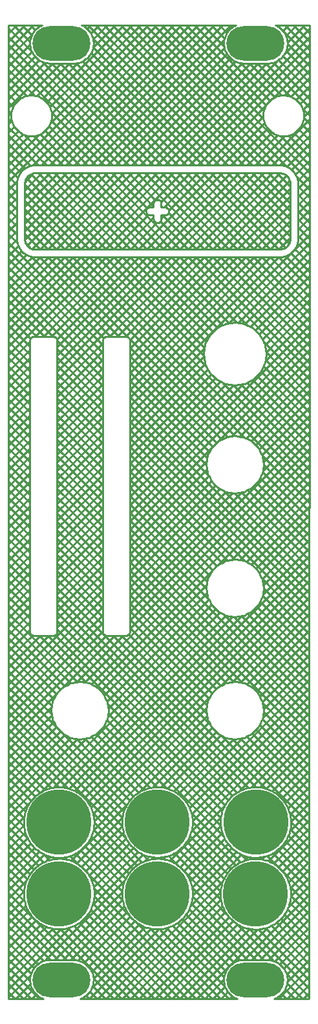
<source format=gbl>
G04 DipTrace 3.2.0.1*
G04 uBraidsII_panel.GBL*
%MOIN*%
G04 #@! TF.FileFunction,Copper,L2,Bot*
G04 #@! TF.Part,Single*
G04 #@! TA.AperFunction,CopperBalancing*
%ADD15C,0.01*%
G04 #@! TA.AperFunction,ComponentPad*
%ADD23C,0.334646*%
%ADD24O,0.299213X0.177165*%
%FSLAX26Y26*%
G04*
G70*
G90*
G75*
G01*
G04 Bottom*
%LPD*%
X456713Y5428234D2*
D15*
X415714Y5387235D1*
X499139Y5428234D2*
X415714Y5344808D1*
X541566Y5428234D2*
X415714Y5302382D1*
X534356Y5378598D2*
X415714Y5259955D1*
X524577Y5326394D2*
X415714Y5217529D1*
X533100Y5292488D2*
X415714Y5175104D1*
X549604Y5266566D2*
X415714Y5132677D1*
X572459Y5246996D2*
X415714Y5090251D1*
X602194Y5234304D2*
X415714Y5047824D1*
X838550Y5428234D2*
X821098Y5410782D1*
X641513Y5231197D2*
X415714Y5005398D1*
X880976Y5428234D2*
X839882Y5387138D1*
X683940Y5231197D2*
X519984Y5067241D1*
X427765Y4975022D2*
X415714Y4962971D1*
X923403Y5428234D2*
X851593Y5356424D1*
X726366Y5231197D2*
X559898Y5064728D1*
X430278Y4935109D2*
X415714Y4920545D1*
X965829Y5428234D2*
X851371Y5313776D1*
X771140Y5233545D2*
X589508Y5051912D1*
X443094Y4905499D2*
X415714Y4878118D1*
X1008256Y5428234D2*
X612406Y5032383D1*
X462623Y4882601D2*
X415714Y4835692D1*
X1050682Y5428234D2*
X629075Y5006626D1*
X488366Y4865917D2*
X415714Y4793265D1*
X1093109Y5428234D2*
X638080Y4973205D1*
X521802Y4856927D2*
X415714Y4750839D1*
X1135535Y5428234D2*
X630940Y4923638D1*
X571369Y4864067D2*
X415714Y4708412D1*
X1177962Y5428234D2*
X415714Y4665986D1*
X1220387Y5428234D2*
X415714Y4623560D1*
X1262814Y5428234D2*
X541640Y4707059D1*
X457665Y4623085D2*
X415714Y4581134D1*
X1305240Y5428234D2*
X584798Y4707791D1*
X542408Y4665400D2*
X499324Y4622316D1*
X456933Y4579927D2*
X415714Y4538707D1*
X1347667Y5428234D2*
X627224Y4707791D1*
X585815Y4666381D2*
X498344Y4578909D1*
X456933Y4537500D2*
X415714Y4496281D1*
X1390093Y5428234D2*
X669651Y4707791D1*
X628241Y4666381D2*
X498344Y4536483D1*
X456933Y4495073D2*
X415714Y4453854D1*
X1432520Y5428234D2*
X712077Y4707791D1*
X670668Y4666381D2*
X498344Y4494056D1*
X456933Y4452647D2*
X415714Y4411428D1*
X1474946Y5428234D2*
X754504Y4707791D1*
X713094Y4666381D2*
X498344Y4451631D1*
X456933Y4410220D2*
X415714Y4369001D1*
X1517373Y5428234D2*
X796930Y4707791D1*
X755520Y4666381D2*
X498344Y4409205D1*
X456933Y4367794D2*
X415714Y4326575D1*
X1559799Y5428234D2*
X839357Y4707791D1*
X797946Y4666381D2*
X498344Y4366778D1*
X457071Y4325507D2*
X415714Y4284148D1*
X1525811Y5351819D2*
X881783Y4707791D1*
X840373Y4666381D2*
X498717Y4324724D1*
X464709Y4290717D2*
X415714Y4241722D1*
X1527026Y5310608D2*
X924210Y4707791D1*
X882799Y4666381D2*
X511105Y4294686D1*
X481350Y4264932D2*
X415714Y4199295D1*
X1539373Y5280529D2*
X966635Y4707791D1*
X925226Y4666381D2*
X536378Y4277533D1*
X504690Y4245846D2*
X415714Y4156869D1*
X1558652Y5257382D2*
X1009062Y4707791D1*
X967652Y4666381D2*
X575959Y4274688D1*
X536013Y4234743D2*
X415714Y4114442D1*
X1584299Y5240601D2*
X1051488Y4707791D1*
X1010079Y4666381D2*
X618386Y4274688D1*
X576976Y4233278D2*
X415714Y4072017D1*
X1814357Y5428234D2*
X1807581Y5421458D1*
X1617762Y5231639D2*
X1093915Y4707791D1*
X1052505Y4666381D2*
X660812Y4274688D1*
X619402Y4233278D2*
X415714Y4029591D1*
X1856783Y5428234D2*
X1829955Y5401406D1*
X1659747Y5231197D2*
X1136341Y4707791D1*
X1094932Y4666381D2*
X703239Y4274688D1*
X661828Y4233278D2*
X415714Y3987164D1*
X1899210Y5428234D2*
X1845907Y5374930D1*
X1702173Y5231197D2*
X1178768Y4707791D1*
X1137358Y4666381D2*
X745665Y4274688D1*
X704255Y4233278D2*
X415714Y3944738D1*
X1941636Y5428234D2*
X1853613Y5340210D1*
X1744600Y5231197D2*
X1221194Y4707791D1*
X1179785Y4666381D2*
X788092Y4274688D1*
X746681Y4233278D2*
X415714Y3902311D1*
X1967256Y5411427D2*
X1839886Y5284056D1*
X1800852Y5245022D2*
X1263622Y4707793D1*
X1222211Y4666382D2*
X830518Y4274689D1*
X789109Y4233280D2*
X415701Y3859871D1*
X1967215Y5368959D2*
X1306049Y4707793D1*
X1264638Y4666382D2*
X872945Y4274689D1*
X831535Y4233280D2*
X415701Y3817445D1*
X1967173Y5326491D2*
X1348475Y4707793D1*
X1307064Y4666382D2*
X915371Y4274689D1*
X873962Y4233280D2*
X415701Y3775018D1*
X1967133Y5284024D2*
X1390900Y4707793D1*
X1349491Y4666382D2*
X1201487Y4518379D1*
X1134500Y4451391D2*
X957798Y4274689D1*
X916388Y4233280D2*
X415701Y3732592D1*
X1967091Y5241555D2*
X1777793Y5052259D1*
X1742612Y5017076D2*
X1433327Y4707793D1*
X1391917Y4666382D2*
X1216776Y4491240D1*
X1161638Y4436102D2*
X1000224Y4274689D1*
X958815Y4233280D2*
X550604Y3825068D1*
X523888Y3798353D2*
X415701Y3690165D1*
X1967050Y5199088D2*
X1836033Y5068071D1*
X1726799Y4958837D2*
X1475753Y4707793D1*
X1434344Y4666382D2*
X1242201Y4474240D1*
X1217793Y4449831D2*
X1203049Y4435087D1*
X1178639Y4410677D2*
X1042651Y4274689D1*
X1001241Y4233280D2*
X593030Y3825068D1*
X523888Y3755927D2*
X415701Y3647740D1*
X1967008Y5156619D2*
X1871361Y5060972D1*
X1733898Y4923509D2*
X1518180Y4707793D1*
X1476770Y4666382D2*
X1085077Y4274689D1*
X1043667Y4233280D2*
X635457Y3825068D1*
X523888Y3713500D2*
X415701Y3605314D1*
X1966966Y5114152D2*
X1898374Y5045560D1*
X1749310Y4896496D2*
X1560606Y4707793D1*
X1519197Y4666382D2*
X1127504Y4274689D1*
X1086093Y4233280D2*
X664252Y3811437D1*
X523888Y3671073D2*
X415701Y3562887D1*
X1966925Y5071684D2*
X1919049Y5023808D1*
X1771062Y4875822D2*
X1603033Y4707793D1*
X1561623Y4666382D2*
X1169930Y4274689D1*
X1128520Y4233280D2*
X665302Y3770060D1*
X523888Y3628648D2*
X415701Y3520461D1*
X1966883Y5029217D2*
X1933247Y4995579D1*
X1799277Y4861610D2*
X1645459Y4707793D1*
X1604050Y4666382D2*
X1212357Y4274689D1*
X1170946Y4233280D2*
X665302Y3727634D1*
X523888Y3586222D2*
X415701Y3478034D1*
X1966843Y4986748D2*
X1938328Y4958235D1*
X1836635Y4856542D2*
X1687886Y4707793D1*
X1646476Y4666382D2*
X1254783Y4274689D1*
X1213373Y4233280D2*
X665302Y3685207D1*
X523888Y3543795D2*
X415701Y3435608D1*
X1966787Y4944266D2*
X1730312Y4707793D1*
X1688902Y4666382D2*
X1297209Y4274689D1*
X1255799Y4233280D2*
X665302Y3642782D1*
X523888Y3501369D2*
X415701Y3393181D1*
X1966745Y4901799D2*
X1772739Y4707793D1*
X1731328Y4666382D2*
X1339635Y4274689D1*
X1298226Y4233280D2*
X665302Y3600356D1*
X523888Y3458942D2*
X415701Y3350755D1*
X1966703Y4859331D2*
X1815068Y4707696D1*
X1773755Y4666382D2*
X1382062Y4274689D1*
X1340652Y4233280D2*
X932898Y3825525D1*
X899635Y3792262D2*
X665302Y3557929D1*
X523888Y3416516D2*
X415701Y3308328D1*
X1966663Y4816864D2*
X1849982Y4700182D1*
X1815850Y4666051D2*
X1424488Y4274689D1*
X1383079Y4233280D2*
X975324Y3825525D1*
X899635Y3749836D2*
X665302Y3515503D1*
X523888Y3374089D2*
X415701Y3265902D1*
X1966621Y4774395D2*
X1875849Y4683623D1*
X1846081Y4653856D2*
X1466915Y4274689D1*
X1425505Y4233280D2*
X1017751Y3825525D1*
X899635Y3707409D2*
X665302Y3473076D1*
X523888Y3331663D2*
X415701Y3223475D1*
X1966580Y4731928D2*
X1895004Y4660353D1*
X1863373Y4628720D2*
X1509341Y4274689D1*
X1467932Y4233280D2*
X1041021Y3806369D1*
X899635Y3664984D2*
X665302Y3430650D1*
X523888Y3289236D2*
X415701Y3181049D1*
X1966538Y4689459D2*
X1906205Y4629126D1*
X1866341Y4589264D2*
X1551768Y4274689D1*
X1510358Y4233280D2*
X1041049Y3763970D1*
X899635Y3622558D2*
X665302Y3388223D1*
X523888Y3246810D2*
X415701Y3138623D1*
X1966497Y4646992D2*
X1907752Y4588247D1*
X1866341Y4546837D2*
X1594194Y4274689D1*
X1552785Y4233280D2*
X1041049Y3721543D1*
X899635Y3580131D2*
X665302Y3345797D1*
X523888Y3204383D2*
X415701Y3096197D1*
X1966455Y4604524D2*
X1907752Y4545820D1*
X1866341Y4504411D2*
X1636621Y4274689D1*
X1595210Y4233280D2*
X1041049Y3679118D1*
X899635Y3537705D2*
X665302Y3303370D1*
X523888Y3161957D2*
X415701Y3053770D1*
X1966413Y4562056D2*
X1907752Y4503394D1*
X1866341Y4461984D2*
X1679047Y4274689D1*
X1637636Y4233280D2*
X1041049Y3636692D1*
X899635Y3495278D2*
X665302Y3260944D1*
X523888Y3119530D2*
X415701Y3011344D1*
X1966373Y4519588D2*
X1907752Y4460967D1*
X1866341Y4419558D2*
X1721474Y4274689D1*
X1680063Y4233280D2*
X1041049Y3594265D1*
X899635Y3452852D2*
X665302Y3218517D1*
X523888Y3077105D2*
X415701Y2968917D1*
X1966331Y4477121D2*
X1907752Y4418541D1*
X1866341Y4377131D2*
X1763900Y4274689D1*
X1722490Y4233280D2*
X1041049Y3551839D1*
X899635Y3410425D2*
X665302Y3176091D1*
X523888Y3034678D2*
X415701Y2926491D1*
X1966290Y4434652D2*
X1907752Y4376115D1*
X1866341Y4334705D2*
X1806325Y4274689D1*
X1764916Y4233280D2*
X1041049Y3509412D1*
X899635Y3367999D2*
X665302Y3133664D1*
X523888Y2992252D2*
X415701Y2884064D1*
X1966248Y4392185D2*
X1907752Y4333689D1*
X1807343Y4233280D2*
X1041049Y3466986D1*
X899635Y3325572D2*
X665302Y3091239D1*
X523888Y2949825D2*
X415701Y2841638D1*
X1966207Y4349717D2*
X1887035Y4270546D1*
X1870486Y4253995D2*
X1041049Y3424559D1*
X899635Y3283146D2*
X665302Y3048812D1*
X523888Y2907399D2*
X415701Y2799211D1*
X1966165Y4307249D2*
X1552265Y3893349D1*
X1424483Y3765567D2*
X1041049Y3382133D1*
X899635Y3240719D2*
X665302Y3006386D1*
X523888Y2864972D2*
X415701Y2756785D1*
X1966123Y4264781D2*
X1597302Y3895959D1*
X1421887Y3720545D2*
X1041049Y3339706D1*
X899635Y3198293D2*
X665302Y2963959D1*
X523888Y2822546D2*
X415701Y2714358D1*
X1966083Y4222314D2*
X1633610Y3889841D1*
X1427991Y3684222D2*
X1041049Y3297280D1*
X899635Y3155866D2*
X665302Y2921533D1*
X523888Y2780119D2*
X415701Y2671932D1*
X1966041Y4179845D2*
X1661839Y3875643D1*
X1442202Y3656007D2*
X1041049Y3254853D1*
X899635Y3113441D2*
X665302Y2879106D1*
X523888Y2737693D2*
X415701Y2629505D1*
X1966000Y4137378D2*
X1687071Y3858449D1*
X1459396Y3630774D2*
X1041049Y3212427D1*
X899635Y3071014D2*
X665302Y2836680D1*
X523888Y2695266D2*
X415701Y2587080D1*
X1965958Y4094909D2*
X1708283Y3837236D1*
X1480609Y3609562D2*
X1041049Y3170000D1*
X899635Y3028588D2*
X665302Y2794253D1*
X523888Y2652840D2*
X415701Y2544654D1*
X1965917Y4052442D2*
X1724484Y3811009D1*
X1506836Y3593361D2*
X1041049Y3127575D1*
X899635Y2986161D2*
X665302Y2751827D1*
X523888Y2610413D2*
X415701Y2502227D1*
X1965875Y4009974D2*
X1737770Y3781869D1*
X1535976Y3580076D2*
X1041049Y3085148D1*
X899635Y2943735D2*
X665302Y2709400D1*
X523888Y2567988D2*
X415701Y2459801D1*
X1965833Y3967507D2*
X1743571Y3745243D1*
X1572602Y3574276D2*
X1041049Y3042722D1*
X899635Y2901308D2*
X665302Y2666974D1*
X523888Y2525562D2*
X415701Y2417374D1*
X1965778Y3925025D2*
X1738971Y3698218D1*
X1619627Y3578874D2*
X1041049Y3000295D1*
X899635Y2858882D2*
X665302Y2624547D1*
X523888Y2483135D2*
X415701Y2374948D1*
X1965738Y3882556D2*
X1041049Y2957869D1*
X899635Y2816455D2*
X665302Y2582122D1*
X523888Y2440709D2*
X415701Y2332521D1*
X1965696Y3840089D2*
X1041049Y2915442D1*
X899635Y2774029D2*
X665302Y2539696D1*
X523888Y2398282D2*
X415701Y2290094D1*
X1965655Y3797621D2*
X1041049Y2873016D1*
X899635Y2731602D2*
X665302Y2497269D1*
X523888Y2355856D2*
X415701Y2247668D1*
X1965613Y3755154D2*
X1497133Y3286673D1*
X1461164Y3250705D2*
X1041049Y2830589D1*
X899635Y2689176D2*
X665302Y2454843D1*
X523888Y2313429D2*
X415701Y2205241D1*
X1965572Y3712686D2*
X1564377Y3311491D1*
X1436346Y3183461D2*
X1041049Y2788163D1*
X899635Y2646749D2*
X665302Y2412416D1*
X537685Y2284799D2*
X415701Y2162815D1*
X1965530Y3670218D2*
X1606098Y3310786D1*
X1437051Y3141739D2*
X1041049Y2745736D1*
X899635Y2604323D2*
X665302Y2369990D1*
X579131Y2283819D2*
X415701Y2120388D1*
X1965488Y3627751D2*
X1639493Y3301755D1*
X1446097Y3108358D2*
X1041049Y2703310D1*
X899635Y2561898D2*
X665302Y2327563D1*
X621558Y2283819D2*
X415701Y2077962D1*
X1965448Y3585282D2*
X1667598Y3287433D1*
X1460419Y3080253D2*
X1041049Y2660883D1*
X899635Y2519471D2*
X415701Y2035537D1*
X1965406Y3542815D2*
X1689433Y3266841D1*
X1481010Y3058419D2*
X1041049Y2618457D1*
X899635Y2477045D2*
X415701Y1993110D1*
X1965365Y3500346D2*
X1708133Y3243114D1*
X1504736Y3039719D2*
X1041049Y2576031D1*
X899635Y2434618D2*
X415701Y1950684D1*
X1965323Y3457879D2*
X1722454Y3215009D1*
X1532841Y3025398D2*
X1041049Y2533605D1*
X899635Y2392192D2*
X415701Y1908257D1*
X1965282Y3415411D2*
X1729152Y3179281D1*
X1568556Y3018685D2*
X1041049Y2491178D1*
X899635Y2349765D2*
X415701Y1865831D1*
X1965240Y3372944D2*
X1726072Y3133776D1*
X1614062Y3021765D2*
X1041049Y2448752D1*
X899635Y2307339D2*
X415701Y1823404D1*
X1965198Y3330475D2*
X1041049Y2406325D1*
X918999Y2284274D2*
X415701Y1780978D1*
X1965157Y3288008D2*
X1041049Y2363899D1*
X961411Y2284261D2*
X698682Y2021531D1*
X660282Y1983133D2*
X415701Y1738551D1*
X1965115Y3245539D2*
X1041049Y2321472D1*
X1003837Y2284261D2*
X765167Y2045591D1*
X636224Y1916648D2*
X415701Y1696125D1*
X1965075Y3203072D2*
X806681Y2044678D1*
X637150Y1875147D2*
X415701Y1653698D1*
X1965033Y3160604D2*
X839937Y2035508D1*
X646320Y1841891D2*
X415701Y1611272D1*
X1964992Y3118136D2*
X1498045Y2651189D1*
X1460626Y2613770D2*
X868029Y2021173D1*
X660656Y1813801D2*
X415701Y1568845D1*
X1964950Y3075668D2*
X1564819Y2675537D1*
X1436277Y2546995D2*
X889766Y2000484D1*
X681344Y1792062D2*
X415701Y1526419D1*
X1964908Y3033201D2*
X1606416Y2674709D1*
X1437106Y2505398D2*
X908356Y1976647D1*
X705168Y1773459D2*
X415701Y1483993D1*
X1964867Y2990732D2*
X1639741Y2665606D1*
X1446220Y2472087D2*
X922677Y1948543D1*
X733286Y1759151D2*
X415701Y1441567D1*
X1964825Y2948265D2*
X1667832Y2651272D1*
X1460542Y2443982D2*
X929238Y1912676D1*
X769139Y1752577D2*
X415701Y1399140D1*
X1964785Y2905797D2*
X1689612Y2630625D1*
X1481189Y2422202D2*
X925950Y1866963D1*
X814852Y1755865D2*
X415701Y1356714D1*
X1964730Y2863315D2*
X1708256Y2606843D1*
X1504971Y2403558D2*
X580256Y1478841D1*
X518888Y1417475D2*
X415701Y1314287D1*
X1964688Y2820848D2*
X1722579Y2578738D1*
X1533076Y2389236D2*
X647320Y1503480D1*
X494251Y1350411D2*
X415701Y1271861D1*
X1964646Y2778379D2*
X1729207Y2542941D1*
X1568887Y2382621D2*
X691210Y1504944D1*
X492801Y1306534D2*
X415701Y1229434D1*
X1964605Y2735912D2*
X1726003Y2497310D1*
X1614504Y2385811D2*
X726856Y1498163D1*
X499581Y1270888D2*
X415701Y1187008D1*
X1964563Y2693444D2*
X757211Y1486092D1*
X511638Y1240518D2*
X415701Y1144581D1*
X1964522Y2650976D2*
X783451Y1469906D1*
X527839Y1214293D2*
X415701Y1102155D1*
X1964480Y2608508D2*
X806033Y1450060D1*
X547671Y1191698D2*
X415701Y1059728D1*
X1964440Y2566041D2*
X825091Y1426693D1*
X571038Y1172639D2*
X415701Y1017302D1*
X1964398Y2523572D2*
X840434Y1399610D1*
X598121Y1157295D2*
X415701Y974875D1*
X1964356Y2481105D2*
X1511123Y2027871D1*
X1453941Y1970689D2*
X851470Y1368218D1*
X629513Y1146261D2*
X606469Y1123217D1*
X506680Y1023429D2*
X415701Y932450D1*
X1964315Y2438636D2*
X1572415Y2046736D1*
X1435076Y1909398D2*
X856814Y1331136D1*
X666608Y1140930D2*
X662194Y1136516D1*
X493381Y967702D2*
X415701Y890024D1*
X1964273Y2396169D2*
X1611941Y2043836D1*
X1437976Y1869871D2*
X852643Y1284539D1*
X713205Y1145101D2*
X703115Y1135010D1*
X494886Y926782D2*
X415701Y847597D1*
X1964232Y2353701D2*
X1643967Y2033437D1*
X1448375Y1837845D2*
X1092396Y1481866D1*
X1023822Y1413290D2*
X737021Y1126490D1*
X503407Y892877D2*
X415701Y805171D1*
X1964190Y2311234D2*
X1671575Y2018618D1*
X1463194Y1810238D2*
X1157100Y1504143D1*
X1001545Y1348588D2*
X766092Y1113135D1*
X516762Y863804D2*
X415701Y762744D1*
X1964150Y2268765D2*
X1692816Y1997433D1*
X1484394Y1789010D2*
X1200493Y1505109D1*
X1000564Y1305181D2*
X791214Y1095829D1*
X534054Y838669D2*
X415701Y720318D1*
X1964108Y2226298D2*
X1710411Y1972601D1*
X1509211Y1771402D2*
X1235877Y1498066D1*
X1007621Y1269811D2*
X812772Y1074962D1*
X554934Y817125D2*
X415701Y677891D1*
X1964066Y2183829D2*
X1724249Y1944013D1*
X1537814Y1757577D2*
X1266052Y1485816D1*
X1019871Y1239635D2*
X830768Y1050531D1*
X579352Y799115D2*
X415701Y635465D1*
X1964025Y2141362D2*
X1730077Y1907415D1*
X1574412Y1751749D2*
X1292113Y1469450D1*
X1036238Y1213575D2*
X844924Y1022260D1*
X607622Y784959D2*
X415701Y593038D1*
X1963983Y2098894D2*
X1724802Y1859713D1*
X1622114Y1757025D2*
X1314555Y1449466D1*
X1056222Y1191131D2*
X854480Y989391D1*
X640492Y775403D2*
X415701Y550612D1*
X1963942Y2056427D2*
X1333462Y1425946D1*
X1079740Y1172224D2*
X857643Y950127D1*
X679769Y772255D2*
X415701Y508185D1*
X1963900Y2013958D2*
X1348626Y1398684D1*
X1107003Y1157060D2*
X848680Y898738D1*
X731159Y781217D2*
X415701Y465759D1*
X1963860Y1971491D2*
X1359454Y1367085D1*
X1138602Y1146234D2*
X1117008Y1124639D1*
X1011958Y1019589D2*
X605459Y613092D1*
X526941Y534572D2*
X415701Y423333D1*
X1963818Y1929022D2*
X1364495Y1329699D1*
X1175987Y1141193D2*
X1171394Y1136598D1*
X999997Y965203D2*
X650538Y615743D1*
X526236Y491441D2*
X450504Y415709D1*
X1963776Y1886555D2*
X1359702Y1282482D1*
X1223206Y1145984D2*
X1211845Y1134625D1*
X1001972Y924752D2*
X692965Y615743D1*
X537713Y460492D2*
X492930Y415709D1*
X1963720Y1844073D2*
X1603558Y1483909D1*
X1528740Y1409092D2*
X1245461Y1125812D1*
X1010783Y891136D2*
X735391Y615743D1*
X556344Y436696D2*
X535357Y415709D1*
X1963680Y1801605D2*
X1666314Y1504239D1*
X1508411Y1346336D2*
X1274298Y1112223D1*
X1024374Y862299D2*
X774930Y612857D1*
X581286Y419211D2*
X577786Y415711D1*
X1963638Y1759138D2*
X1709265Y1504764D1*
X1507886Y1303385D2*
X1299239Y1094739D1*
X1041858Y837357D2*
X804873Y600371D1*
X1963597Y1716669D2*
X1744386Y1497458D1*
X1515192Y1268265D2*
X1320605Y1073677D1*
X1062920Y815992D2*
X827895Y580967D1*
X1963555Y1674202D2*
X1774369Y1485014D1*
X1527635Y1238282D2*
X1338407Y1049052D1*
X1087543Y798190D2*
X844564Y555211D1*
X1963513Y1631734D2*
X1800277Y1468497D1*
X1544152Y1212373D2*
X1352341Y1020562D1*
X1116035Y784256D2*
X853335Y521554D1*
X1963472Y1589266D2*
X1822567Y1448361D1*
X1564289Y1190083D2*
X1361622Y987416D1*
X1149181Y774975D2*
X844592Y470386D1*
X1963430Y1546798D2*
X1841323Y1424690D1*
X1587959Y1171327D2*
X1364343Y947710D1*
X1188887Y772255D2*
X832341Y415709D1*
X1963390Y1504331D2*
X1856335Y1397276D1*
X1615388Y1156329D2*
X1354316Y895257D1*
X1241340Y782281D2*
X874768Y415709D1*
X1963348Y1461862D2*
X1866941Y1365455D1*
X1647194Y1145709D2*
X1626470Y1124984D1*
X1518022Y1016537D2*
X917194Y415709D1*
X1963307Y1419395D2*
X1871692Y1327781D1*
X1684883Y1140971D2*
X1680013Y1136102D1*
X1506906Y962993D2*
X959621Y415709D1*
X1963265Y1376927D2*
X1866293Y1279954D1*
X1732710Y1146371D2*
X1720147Y1133810D1*
X1509198Y922860D2*
X1002047Y415709D1*
X1963223Y1334459D2*
X1753570Y1124804D1*
X1518202Y889437D2*
X1044474Y415709D1*
X1963182Y1291991D2*
X1782255Y1111063D1*
X1531930Y860739D2*
X1086900Y415709D1*
X1963140Y1249524D2*
X1807058Y1093441D1*
X1549552Y835934D2*
X1129327Y415709D1*
X1963100Y1207055D2*
X1828299Y1072255D1*
X1570738Y814694D2*
X1171753Y415709D1*
X1963058Y1164588D2*
X1845976Y1047507D1*
X1595500Y797030D2*
X1214180Y415709D1*
X1963017Y1122119D2*
X1859773Y1018877D1*
X1624130Y783234D2*
X1256606Y415709D1*
X1962975Y1079652D2*
X1868846Y985524D1*
X1657469Y774146D2*
X1299033Y415709D1*
X1962933Y1037184D2*
X1871264Y945514D1*
X1697479Y771730D2*
X1341458Y415709D1*
X1962892Y994717D2*
X1860465Y892289D1*
X1750719Y782543D2*
X1383885Y415709D1*
X1962850Y952248D2*
X1626318Y615715D1*
X1524320Y513718D2*
X1426311Y415709D1*
X1962810Y909781D2*
X1668772Y615743D1*
X1530148Y477119D2*
X1468738Y415709D1*
X1962768Y867312D2*
X1711198Y615743D1*
X1544940Y449484D2*
X1511164Y415709D1*
X1962713Y824831D2*
X1753583Y615702D1*
X1566264Y428382D2*
X1553591Y415709D1*
X1962672Y782364D2*
X1788773Y608465D1*
X1962630Y739895D2*
X1815538Y592803D1*
X1962588Y697428D2*
X1835867Y570706D1*
X1962547Y654959D2*
X1849499Y541911D1*
X1962505Y612492D2*
X1853269Y503255D1*
X1962465Y570024D2*
X1808150Y415709D1*
X1962423Y527556D2*
X1850576Y415709D1*
X1962382Y485088D2*
X1893001Y415709D1*
X1962340Y442621D2*
X1935428Y415709D1*
X1926272Y5428234D2*
X1967228Y5387277D1*
X1883845Y5428234D2*
X1967188Y5344891D1*
X1841419Y5428234D2*
X1967146Y5302507D1*
X1798992Y5428234D2*
X1804995Y5422231D1*
X1837373Y5389853D2*
X1967105Y5260122D1*
X1853669Y5331131D2*
X1967063Y5217736D1*
X1846377Y5295996D2*
X1967021Y5175352D1*
X1830675Y5269273D2*
X1966980Y5132967D1*
X1808550Y5248971D2*
X1966938Y5090581D1*
X1779727Y5235367D2*
X1966898Y5048197D1*
X1544434Y5428234D2*
X1559510Y5413157D1*
X1741471Y5231197D2*
X1966856Y5005812D1*
X1502008Y5428234D2*
X1539982Y5390260D1*
X1699045Y5231197D2*
X1868841Y5061400D1*
X1931727Y4998514D2*
X1966815Y4963427D1*
X1459581Y5428234D2*
X1527331Y5360484D1*
X1656618Y5231197D2*
X1820339Y5067476D1*
X1937803Y4950010D2*
X1966773Y4921042D1*
X1417155Y5428234D2*
X1525495Y5319894D1*
X1612976Y5232412D2*
X1787234Y5058155D1*
X1928482Y4916907D2*
X1966731Y4878657D1*
X1374728Y5428234D2*
X1761713Y5041249D1*
X1911577Y4891385D2*
X1966690Y4836272D1*
X1332302Y5428234D2*
X1742391Y5018144D1*
X1888472Y4872063D2*
X1966648Y4793887D1*
X1289875Y5428234D2*
X1729850Y4988259D1*
X1858585Y4859524D2*
X1966608Y4751501D1*
X1247449Y5428234D2*
X1727862Y4947820D1*
X1818148Y4857535D2*
X1966566Y4709117D1*
X1205022Y5428234D2*
X1966525Y4666732D1*
X1162597Y5428234D2*
X1966470Y4624361D1*
X1120171Y5428234D2*
X1847932Y4700471D1*
X1900432Y4647971D2*
X1966428Y4581976D1*
X1077744Y5428234D2*
X1798186Y4707791D1*
X1907752Y4598226D2*
X1966386Y4539591D1*
X1035318Y5428234D2*
X1755760Y4707791D1*
X1797169Y4666381D2*
X1866341Y4597209D1*
X1907752Y4555799D2*
X1966345Y4497206D1*
X992891Y5428234D2*
X1713333Y4707791D1*
X1754743Y4666381D2*
X1866341Y4554782D1*
X1907752Y4513373D2*
X1966303Y4454822D1*
X950465Y5428234D2*
X1670907Y4707791D1*
X1712316Y4666381D2*
X1866341Y4512356D1*
X1907752Y4470946D2*
X1966262Y4412436D1*
X908038Y5428234D2*
X1628480Y4707791D1*
X1669890Y4666381D2*
X1866341Y4469930D1*
X1907752Y4428520D2*
X1966220Y4370051D1*
X865612Y5428234D2*
X1586054Y4707791D1*
X1627465Y4666381D2*
X1866341Y4427504D1*
X1907752Y4386093D2*
X1966180Y4327665D1*
X823185Y5428234D2*
X1543627Y4707791D1*
X1585038Y4666381D2*
X1866341Y4385077D1*
X1907752Y4343667D2*
X1966138Y4285281D1*
X850903Y5358089D2*
X1501201Y4707791D1*
X1542612Y4666381D2*
X1866341Y4342651D1*
X1904672Y4304320D2*
X1966096Y4242896D1*
X851856Y5314710D2*
X1458774Y4707791D1*
X1500185Y4666381D2*
X1860720Y4305845D1*
X1891358Y4275207D2*
X1966055Y4200510D1*
X840476Y5283663D2*
X1416349Y4707791D1*
X1457759Y4666381D2*
X1840751Y4283388D1*
X1870946Y4253193D2*
X1966013Y4158126D1*
X821929Y5259785D2*
X1373923Y4707791D1*
X1415332Y4666381D2*
X1807025Y4274688D1*
X1843241Y4238471D2*
X1965972Y4115741D1*
X797070Y5242218D2*
X1331496Y4707791D1*
X1372906Y4666381D2*
X1764598Y4274688D1*
X1806008Y4233278D2*
X1965930Y4073356D1*
X568627Y5428234D2*
X573463Y5423398D1*
X764711Y5232150D2*
X1289070Y4707791D1*
X1330479Y4666381D2*
X1722172Y4274688D1*
X1763583Y4233278D2*
X1965890Y4030971D1*
X526201Y5428234D2*
X550350Y5404084D1*
X723238Y5231197D2*
X1246643Y4707791D1*
X1288052Y4666381D2*
X1679745Y4274688D1*
X1721156Y4233278D2*
X1965848Y3988587D1*
X483774Y5428234D2*
X533597Y5378409D1*
X680811Y5231197D2*
X1204217Y4707791D1*
X1245626Y4666381D2*
X1637319Y4274688D1*
X1678730Y4233278D2*
X1965806Y3946201D1*
X441348Y5428234D2*
X524703Y5344878D1*
X638385Y5231197D2*
X1161790Y4707791D1*
X1203199Y4666381D2*
X1594892Y4274688D1*
X1636303Y4233278D2*
X1965765Y3903816D1*
X415714Y5411441D2*
X532988Y5294165D1*
X587243Y5239912D2*
X1119362Y4707793D1*
X1160773Y4666382D2*
X1552466Y4274689D1*
X1593875Y4233280D2*
X1965723Y3861432D1*
X415714Y5369014D2*
X1076936Y4707793D1*
X1118346Y4666382D2*
X1510039Y4274689D1*
X1551449Y4233280D2*
X1965681Y3819047D1*
X415714Y5326588D2*
X1034509Y4707793D1*
X1075920Y4666382D2*
X1467613Y4274689D1*
X1509022Y4233280D2*
X1965639Y3776663D1*
X415714Y5284161D2*
X992084Y4707793D1*
X1033493Y4666382D2*
X1171829Y4528046D1*
X1203047Y4496828D2*
X1208635Y4491240D1*
X1239853Y4460024D2*
X1425186Y4274689D1*
X1466596Y4233280D2*
X1965598Y3734277D1*
X415714Y5241735D2*
X949657Y4707793D1*
X991067Y4666382D2*
X1161636Y4495812D1*
X1207618Y4449831D2*
X1382760Y4274689D1*
X1424169Y4233280D2*
X1965556Y3691892D1*
X415714Y5199308D2*
X548154Y5066870D1*
X637333Y4977689D2*
X907231Y4707793D1*
X948640Y4666382D2*
X1128906Y4486117D1*
X1197937Y4417085D2*
X1340333Y4274689D1*
X1381743Y4233280D2*
X1965516Y3649508D1*
X415714Y5156882D2*
X507411Y5065185D1*
X635650Y4936948D2*
X864804Y4707793D1*
X906214Y4666382D2*
X1297907Y4274689D1*
X1339318Y4233280D2*
X1965474Y3607122D1*
X415714Y5114455D2*
X477387Y5052783D1*
X623261Y4906909D2*
X822378Y4707793D1*
X863787Y4666382D2*
X1255480Y4274689D1*
X1296891Y4233280D2*
X1648408Y3881761D1*
X1728530Y3801640D2*
X1965433Y3564738D1*
X415714Y5072029D2*
X454143Y5033600D1*
X604064Y4883680D2*
X779951Y4707793D1*
X821361Y4666382D2*
X1213054Y4274689D1*
X1254465Y4233280D2*
X1591010Y3896732D1*
X1743500Y3744243D2*
X1965391Y3522353D1*
X415714Y5029604D2*
X437115Y5008202D1*
X578667Y4866651D2*
X737525Y4707793D1*
X778934Y4666382D2*
X1170627Y4274689D1*
X1212038Y4233280D2*
X1551816Y3893500D1*
X1740282Y3705034D2*
X1965349Y3479967D1*
X415714Y4987177D2*
X427613Y4975277D1*
X545741Y4857150D2*
X695098Y4707793D1*
X736508Y4666382D2*
X1128201Y4274689D1*
X1169612Y4233280D2*
X1518988Y3883902D1*
X1730671Y3672220D2*
X1965308Y3437583D1*
X415714Y4944751D2*
X433123Y4927340D1*
X497804Y4862660D2*
X652672Y4707793D1*
X694083Y4666382D2*
X1085776Y4274689D1*
X1127185Y4233280D2*
X1490883Y3869580D1*
X1716349Y3644115D2*
X1965266Y3395198D1*
X415714Y4902324D2*
X610245Y4707793D1*
X651656Y4666382D2*
X1043349Y4274689D1*
X1084759Y4233280D2*
X1468566Y3849472D1*
X1696240Y3621798D2*
X1965211Y3352827D1*
X415714Y4859898D2*
X567819Y4707793D1*
X609230Y4666382D2*
X1000923Y4274689D1*
X1042332Y4233280D2*
X1448402Y3827210D1*
X1673991Y3601621D2*
X1965171Y3310441D1*
X415714Y4817471D2*
X528377Y4704808D1*
X566803Y4666382D2*
X958496Y4274689D1*
X999906Y4233280D2*
X1434080Y3799105D1*
X1645886Y3587298D2*
X1965129Y3268056D1*
X415714Y4775045D2*
X499167Y4691592D1*
X529832Y4660927D2*
X916070Y4274689D1*
X957479Y4233280D2*
X1424386Y3766373D1*
X1613142Y3577617D2*
X1965087Y3225672D1*
X415714Y4732618D2*
X477070Y4671262D1*
X507238Y4641094D2*
X873643Y4274689D1*
X915052Y4233280D2*
X1421029Y3727303D1*
X1574071Y3574261D2*
X1965046Y3183286D1*
X415714Y4690192D2*
X462251Y4643655D1*
X498344Y4607563D2*
X831217Y4274689D1*
X872626Y4233280D2*
X1435682Y3670223D1*
X1517005Y3588900D2*
X1965004Y3140902D1*
X415714Y4647765D2*
X456933Y4606546D1*
X498344Y4565136D2*
X788790Y4274689D1*
X830199Y4233280D2*
X1964963Y3098517D1*
X415714Y4605339D2*
X456933Y4564119D1*
X498344Y4522710D2*
X746364Y4274689D1*
X787774Y4233280D2*
X1964921Y3056131D1*
X415714Y4562912D2*
X456933Y4521693D1*
X498344Y4480283D2*
X703937Y4274689D1*
X745348Y4233280D2*
X1964881Y3013747D1*
X415714Y4520486D2*
X456933Y4479266D1*
X498344Y4437857D2*
X661510Y4274689D1*
X702921Y4233280D2*
X1630689Y3305510D1*
X1722287Y3213913D2*
X1964839Y2971362D1*
X415714Y4478060D2*
X456933Y4436840D1*
X498344Y4395430D2*
X619084Y4274689D1*
X660495Y4233280D2*
X1579672Y3314101D1*
X1730878Y3162896D2*
X1964797Y2928976D1*
X415714Y4435634D2*
X456933Y4394413D1*
X498344Y4353004D2*
X576659Y4274689D1*
X618068Y4233280D2*
X1027398Y3823950D1*
X1039474Y3811874D2*
X1543018Y3308328D1*
X1725105Y3126243D2*
X1964756Y2886592D1*
X415714Y4393207D2*
X456933Y4351988D1*
X503453Y4305467D2*
X529135Y4279785D1*
X575642Y4233280D2*
X983396Y3825525D1*
X1041047Y3767873D2*
X1513230Y3295692D1*
X1712467Y3096453D2*
X1964714Y2844206D1*
X415714Y4350781D2*
X459820Y4306675D1*
X530343Y4236152D2*
X940970Y3825525D1*
X1041047Y3725446D2*
X1487417Y3279077D1*
X1695840Y3070655D2*
X1964673Y2801822D1*
X415714Y4308354D2*
X904966Y3819102D1*
X1041047Y3683021D2*
X1466203Y3257864D1*
X1674626Y3049442D2*
X1964631Y2759437D1*
X415714Y4265928D2*
X899635Y3782007D1*
X1041047Y3640594D2*
X1450419Y3231223D1*
X1647986Y3033656D2*
X1964591Y2717051D1*
X415714Y4223501D2*
X899635Y3739580D1*
X1041047Y3598168D2*
X1438803Y3200412D1*
X1617175Y3022041D2*
X1964549Y2674667D1*
X415714Y4181075D2*
X899635Y3697155D1*
X1041047Y3555741D2*
X1433928Y3162861D1*
X1579623Y3017167D2*
X1964507Y2632282D1*
X415714Y4138648D2*
X899635Y3654728D1*
X1041047Y3513315D2*
X1447643Y3106720D1*
X1523483Y3030881D2*
X1964466Y2589896D1*
X415714Y4096222D2*
X899635Y3612302D1*
X1041047Y3470888D2*
X1964424Y2547512D1*
X415714Y4053795D2*
X644441Y3825068D1*
X665287Y3804223D2*
X899635Y3569875D1*
X1041047Y3428462D2*
X1964383Y2505127D1*
X415714Y4011369D2*
X602014Y3825068D1*
X665301Y3761782D2*
X899635Y3527449D1*
X1041047Y3386035D2*
X1964341Y2462741D1*
X415714Y3968942D2*
X559588Y3825068D1*
X665301Y3719356D2*
X899635Y3485022D1*
X1041047Y3343609D2*
X1964301Y2420357D1*
X415714Y3926517D2*
X526787Y3815442D1*
X665301Y3676930D2*
X899635Y3442596D1*
X1041047Y3301182D2*
X1964259Y2377972D1*
X415714Y3884091D2*
X523902Y3775903D1*
X665301Y3634504D2*
X899635Y3400169D1*
X1041047Y3258756D2*
X1629929Y2669874D1*
X1722673Y2577130D2*
X1964217Y2335587D1*
X415714Y3841664D2*
X523902Y3733476D1*
X665301Y3592077D2*
X899635Y3357743D1*
X1041047Y3216329D2*
X1579341Y2678037D1*
X1730836Y2526542D2*
X1964176Y2293202D1*
X415714Y3799238D2*
X523902Y3691050D1*
X665301Y3549651D2*
X899635Y3315316D1*
X1041047Y3173903D2*
X1542688Y2672264D1*
X1725050Y2489902D2*
X1964134Y2250818D1*
X415714Y3756811D2*
X523902Y3648623D1*
X665301Y3507224D2*
X899635Y3272890D1*
X1041047Y3131478D2*
X1512980Y2659545D1*
X1712329Y2460196D2*
X1964093Y2208432D1*
X415714Y3714385D2*
X523902Y3606197D1*
X665301Y3464798D2*
X899635Y3230463D1*
X1041047Y3089051D2*
X1487238Y2642861D1*
X1695660Y2434438D2*
X1964051Y2166047D1*
X415714Y3671958D2*
X523902Y3563770D1*
X665301Y3422371D2*
X899635Y3188037D1*
X1041047Y3046625D2*
X1466025Y2621647D1*
X1674448Y2413226D2*
X1963996Y2123676D1*
X415714Y3629531D2*
X523902Y3521344D1*
X665301Y3379945D2*
X899635Y3145612D1*
X1041047Y3004198D2*
X1450294Y2594951D1*
X1647738Y2397508D2*
X1963954Y2081291D1*
X415714Y3587105D2*
X523902Y3478917D1*
X665301Y3337518D2*
X899635Y3103185D1*
X1041047Y2961772D2*
X1438762Y2564056D1*
X1616857Y2385963D2*
X1963913Y2038906D1*
X415714Y3544678D2*
X523902Y3436491D1*
X665301Y3295092D2*
X899635Y3060759D1*
X1041047Y2919345D2*
X1434012Y2526382D1*
X1579181Y2381211D2*
X1963871Y1996521D1*
X415714Y3502252D2*
X523902Y3394066D1*
X665301Y3252665D2*
X899635Y3018332D1*
X1041047Y2876919D2*
X1448029Y2469937D1*
X1522723Y2395244D2*
X1963831Y1954136D1*
X415714Y3459825D2*
X523902Y3351639D1*
X665301Y3210239D2*
X899635Y2975906D1*
X1041047Y2834492D2*
X1963789Y1911751D1*
X415714Y3417399D2*
X523902Y3309213D1*
X665301Y3167812D2*
X899635Y2933479D1*
X1041047Y2792066D2*
X1963748Y1869366D1*
X415714Y3374974D2*
X523902Y3266786D1*
X665301Y3125387D2*
X899635Y2891052D1*
X1041047Y2749639D2*
X1963706Y1826982D1*
X415714Y3332547D2*
X523902Y3224360D1*
X665301Y3082961D2*
X899635Y2848626D1*
X1041047Y2707213D2*
X1963664Y1784596D1*
X415714Y3290121D2*
X523902Y3181933D1*
X665301Y3040534D2*
X899635Y2806199D1*
X1041047Y2664786D2*
X1963623Y1742211D1*
X415714Y3247694D2*
X523902Y3139507D1*
X665301Y2998108D2*
X899635Y2763773D1*
X1041047Y2622360D2*
X1621270Y2042138D1*
X1724938Y1938470D2*
X1963581Y1699827D1*
X415714Y3205268D2*
X523902Y3097080D1*
X665301Y2955681D2*
X899635Y2721346D1*
X1041047Y2579934D2*
X1573803Y2047178D1*
X1729980Y1891001D2*
X1963541Y1657441D1*
X415714Y3162841D2*
X523902Y3054654D1*
X665301Y2913255D2*
X899635Y2678920D1*
X1041047Y2537508D2*
X1537232Y2041323D1*
X1724110Y1854445D2*
X1963499Y1615056D1*
X415714Y3120415D2*
X523902Y3012227D1*
X665301Y2870828D2*
X899635Y2636493D1*
X1041047Y2495081D2*
X1508741Y2027388D1*
X1710175Y1825954D2*
X1963458Y1572671D1*
X415714Y3077988D2*
X523902Y2969801D1*
X665301Y2828402D2*
X899635Y2594068D1*
X1041047Y2452655D2*
X1484034Y2009669D1*
X1692457Y1801247D2*
X1963416Y1530286D1*
X415714Y3035562D2*
X523902Y2927374D1*
X665301Y2785975D2*
X899635Y2551642D1*
X1041047Y2410228D2*
X1462862Y1988415D1*
X1671201Y1780075D2*
X1963374Y1487902D1*
X415714Y2993135D2*
X523902Y2884949D1*
X665301Y2743549D2*
X899635Y2509215D1*
X1041047Y2367802D2*
X1448139Y1960710D1*
X1643510Y1765339D2*
X1963333Y1445516D1*
X415714Y2950709D2*
X523902Y2842522D1*
X665301Y2701122D2*
X899635Y2466789D1*
X1041047Y2325375D2*
X1437878Y1928545D1*
X1611332Y1755091D2*
X1963291Y1403131D1*
X415714Y2908282D2*
X523902Y2800096D1*
X665301Y2658696D2*
X899635Y2424362D1*
X1034516Y2289482D2*
X1435213Y1888783D1*
X1571585Y1752412D2*
X1963251Y1360747D1*
X415714Y2865856D2*
X523902Y2757669D1*
X665301Y2616269D2*
X899635Y2381936D1*
X997310Y2284261D2*
X1454672Y1826898D1*
X1509685Y1771885D2*
X1963209Y1318361D1*
X415714Y2823430D2*
X523902Y2715243D1*
X665301Y2573844D2*
X899635Y2339509D1*
X954883Y2284261D2*
X1741105Y1498038D1*
X1863971Y1375173D2*
X1963168Y1275976D1*
X415714Y2781004D2*
X523902Y2672816D1*
X665301Y2531417D2*
X1690945Y1505772D1*
X1871705Y1325013D2*
X1963126Y1233592D1*
X415714Y2738577D2*
X523902Y2630390D1*
X665301Y2488991D2*
X1652178Y1502113D1*
X1868045Y1286245D2*
X1963084Y1191206D1*
X415714Y2696151D2*
X523902Y2587963D1*
X665301Y2446564D2*
X1619655Y1492210D1*
X1858143Y1253722D2*
X1963043Y1148822D1*
X415714Y2653724D2*
X523902Y2545537D1*
X665301Y2404138D2*
X1591660Y1477778D1*
X1843711Y1225727D2*
X1963001Y1106437D1*
X415714Y2611298D2*
X523902Y2503110D1*
X665301Y2361711D2*
X1567463Y1459549D1*
X1825480Y1201531D2*
X1962961Y1064051D1*
X415714Y2568871D2*
X523902Y2460684D1*
X665301Y2319285D2*
X1546831Y1437755D1*
X1803701Y1180885D2*
X1962919Y1021667D1*
X415714Y2526445D2*
X523902Y2418257D1*
X655522Y2286636D2*
X1529774Y1412385D1*
X1778318Y1163843D2*
X1962878Y979282D1*
X415714Y2484018D2*
X523902Y2375831D1*
X615913Y2283819D2*
X1516696Y1383037D1*
X1748970Y1150764D2*
X1810891Y1088841D1*
X1823975Y1075757D2*
X1962823Y936911D1*
X415714Y2441592D2*
X523902Y2333406D1*
X573487Y2283819D2*
X814022Y2043283D1*
X926088Y1931219D2*
X1508547Y1348759D1*
X1714692Y1142615D2*
X1724588Y1132718D1*
X1867852Y989454D2*
X1962781Y894525D1*
X415714Y2399165D2*
X768530Y2046350D1*
X929140Y1885740D2*
X1507650Y1307230D1*
X1673163Y1141718D2*
X1678764Y1136115D1*
X1871249Y943631D2*
X1962739Y852140D1*
X415714Y2356739D2*
X732815Y2039638D1*
X922442Y1850012D2*
X1522801Y1249654D1*
X1615585Y1156867D2*
X1642083Y1130370D1*
X1865504Y906950D2*
X1962698Y809756D1*
X415714Y2314312D2*
X704711Y2025316D1*
X908119Y1821907D2*
X1230925Y1499102D1*
X1357699Y1372328D2*
X1610967Y1119059D1*
X1854193Y875835D2*
X1962656Y767370D1*
X415714Y2271887D2*
X680984Y2006617D1*
X889407Y1798194D2*
X1181621Y1505979D1*
X1364576Y1323024D2*
X1584106Y1103495D1*
X1838614Y848986D2*
X1962615Y724986D1*
X415714Y2229461D2*
X660406Y1984768D1*
X867572Y1777602D2*
X1143255Y1501919D1*
X1360516Y1284657D2*
X1560959Y1084215D1*
X1819349Y825825D2*
X1962573Y682601D1*
X415714Y2187034D2*
X646084Y1956663D1*
X839467Y1763281D2*
X1110979Y1491768D1*
X1350366Y1252382D2*
X1541320Y1061428D1*
X1796560Y806186D2*
X1962533Y640215D1*
X415714Y2144608D2*
X637052Y1923269D1*
X806073Y1754248D2*
X1083193Y1477129D1*
X1335726Y1224596D2*
X1525356Y1034966D1*
X1770100Y790222D2*
X1962491Y597831D1*
X415714Y2102181D2*
X636362Y1881533D1*
X764337Y1753558D2*
X1059189Y1458706D1*
X1317303Y1200592D2*
X1513560Y1004335D1*
X1739467Y778428D2*
X1962449Y555446D1*
X415714Y2059755D2*
X661235Y1814234D1*
X697024Y1778445D2*
X1038722Y1436747D1*
X1295344Y1180125D2*
X1507152Y968316D1*
X1703449Y772020D2*
X1962408Y513060D1*
X415714Y2017328D2*
X1021860Y1411182D1*
X1269781Y1163262D2*
X1509280Y923762D1*
X1658896Y774146D2*
X1962366Y470676D1*
X415714Y1974902D2*
X1009001Y1381614D1*
X1240211Y1150404D2*
X1288875Y1101741D1*
X1329277Y1061339D2*
X1537937Y852678D1*
X1587799Y802818D2*
X1779348Y611269D1*
X1849235Y541381D2*
X1962325Y428291D1*
X415714Y1932475D2*
X1001143Y1347046D1*
X1205643Y1142546D2*
X1214228Y1133961D1*
X1361497Y986693D2*
X1732446Y615743D1*
X1852508Y495681D2*
X1932480Y415709D1*
X415714Y1890049D2*
X1000728Y1305034D1*
X1163631Y1142131D2*
X1169205Y1136558D1*
X1364093Y941669D2*
X1690020Y615743D1*
X1842039Y463723D2*
X1890054Y415709D1*
X415714Y1847622D2*
X1017495Y1245841D1*
X1104438Y1158898D2*
X1132938Y1130398D1*
X1357934Y905403D2*
X1647593Y615743D1*
X1824168Y439168D2*
X1847627Y415709D1*
X415714Y1805196D2*
X721684Y1499226D1*
X850543Y1370367D2*
X1102127Y1118783D1*
X1346319Y874591D2*
X1607142Y613768D1*
X1800000Y420911D2*
X1805201Y415709D1*
X415714Y1762770D2*
X672849Y1505634D1*
X856951Y1321533D2*
X1075528Y1102957D1*
X1330492Y847992D2*
X1576261Y602222D1*
X415714Y1720344D2*
X634677Y1501381D1*
X852698Y1283360D2*
X1052588Y1083470D1*
X1311005Y825052D2*
X1552493Y583564D1*
X415714Y1677917D2*
X602554Y1491077D1*
X842395Y1251236D2*
X1033184Y1060448D1*
X1287983Y805648D2*
X1535037Y558594D1*
X415714Y1635491D2*
X574862Y1476341D1*
X827659Y1223546D2*
X1017467Y1033738D1*
X1261273Y789932D2*
X1525148Y526056D1*
X415714Y1593064D2*
X550957Y1457822D1*
X809139Y1199639D2*
X1005976Y1002801D1*
X1230337Y778441D2*
X1530092Y478686D1*
X415714Y1550638D2*
X530585Y1435766D1*
X787083Y1179269D2*
X999983Y966369D1*
X1193904Y772448D2*
X1550643Y415709D1*
X415714Y1508211D2*
X513833Y1410092D1*
X761409Y1162516D2*
X1002883Y921042D1*
X1148577Y775348D2*
X1508217Y415709D1*
X415714Y1465785D2*
X501100Y1380399D1*
X731717Y1149782D2*
X774206Y1107293D1*
X827963Y1053535D2*
X1038224Y843274D1*
X1070810Y810689D2*
X1465790Y415709D1*
X415714Y1423358D2*
X493407Y1345665D1*
X696983Y1142091D2*
X704517Y1134555D1*
X855226Y983848D2*
X1423364Y415709D1*
X415714Y1380932D2*
X493256Y1303391D1*
X654707Y1141938D2*
X660172Y1136475D1*
X857144Y939501D2*
X1380937Y415709D1*
X415714Y1338505D2*
X511003Y1243218D1*
X594534Y1159685D2*
X624277Y1129942D1*
X850613Y903608D2*
X1338510Y415709D1*
X415714Y1296079D2*
X593728Y1118066D1*
X838735Y873058D2*
X1296084Y415709D1*
X415714Y1253652D2*
X567336Y1102031D1*
X822701Y846665D2*
X1253657Y415709D1*
X415714Y1211227D2*
X544604Y1082337D1*
X803007Y823933D2*
X1211231Y415709D1*
X415714Y1168801D2*
X525407Y1059108D1*
X779777Y804736D2*
X1168804Y415709D1*
X415714Y1126374D2*
X509911Y1032176D1*
X752846Y789241D2*
X1126378Y415709D1*
X415714Y1083948D2*
X498682Y1000978D1*
X721648Y778013D2*
X1083951Y415709D1*
X415714Y1041521D2*
X493062Y964173D1*
X684843Y772392D2*
X1041526Y415709D1*
X415714Y999094D2*
X496709Y918100D1*
X638783Y776025D2*
X999100Y415709D1*
X415714Y956668D2*
X756915Y615467D1*
X853429Y518953D2*
X956673Y415709D1*
X415714Y914241D2*
X714213Y615743D1*
X849093Y480862D2*
X914247Y415709D1*
X415714Y871815D2*
X671786Y615743D1*
X835159Y452371D2*
X871820Y415709D1*
X415714Y829388D2*
X629360Y615743D1*
X814567Y430537D2*
X829394Y415709D1*
X415714Y786962D2*
X592844Y609832D1*
X415714Y744535D2*
X565264Y594986D1*
X415714Y702109D2*
X544189Y573634D1*
X415714Y659684D2*
X529702Y545696D1*
X415714Y617257D2*
X524371Y508600D1*
X415714Y574831D2*
X574835Y415709D1*
X415714Y532404D2*
X532408Y415709D1*
X415714Y489978D2*
X489983Y415709D1*
X415714Y447551D2*
X447556Y415709D1*
X637747Y4957272D2*
X636798Y4947322D1*
X634908Y4937505D1*
X632093Y4927913D1*
X628382Y4918633D1*
X623804Y4909745D1*
X618404Y4901333D1*
X612230Y4893472D1*
X605336Y4886234D1*
X597786Y4879681D1*
X589648Y4873877D1*
X580995Y4868870D1*
X571907Y4864709D1*
X562463Y4861430D1*
X552752Y4859062D1*
X542860Y4857627D1*
X532874Y4857139D1*
X522890Y4857601D1*
X512992Y4859009D1*
X503274Y4861352D1*
X493823Y4864605D1*
X484723Y4868743D1*
X476058Y4873726D1*
X467904Y4879509D1*
X460336Y4886041D1*
X453424Y4893261D1*
X447228Y4901105D1*
X441806Y4909503D1*
X437205Y4918378D1*
X433467Y4927650D1*
X430629Y4937234D1*
X428713Y4947045D1*
X427736Y4956993D1*
X427710Y4966990D1*
X428633Y4976942D1*
X430496Y4986764D1*
X433285Y4996364D1*
X436972Y5005655D1*
X441526Y5014554D1*
X446904Y5022979D1*
X453058Y5030857D1*
X459932Y5038114D1*
X467465Y5044686D1*
X475587Y5050513D1*
X484226Y5055542D1*
X493304Y5059727D1*
X502739Y5063031D1*
X512444Y5065425D1*
X522333Y5066886D1*
X532316Y5067400D1*
X542302Y5066966D1*
X552202Y5065584D1*
X561927Y5063268D1*
X571387Y5060038D1*
X580499Y5055925D1*
X589177Y5050966D1*
X597346Y5045203D1*
X604930Y5038693D1*
X611862Y5031491D1*
X618079Y5023663D1*
X623524Y5015280D1*
X628148Y5006417D1*
X631909Y4997155D1*
X634774Y4987579D1*
X636717Y4977773D1*
X637719Y4967827D1*
X637866Y4962270D1*
X637747Y4957272D1*
X1937610D2*
X1936661Y4947322D1*
X1934772Y4937505D1*
X1931957Y4927913D1*
X1928245Y4918633D1*
X1923668Y4909745D1*
X1918268Y4901333D1*
X1912093Y4893472D1*
X1905199Y4886234D1*
X1897650Y4879681D1*
X1889512Y4873877D1*
X1880858Y4868870D1*
X1871770Y4864709D1*
X1862327Y4861430D1*
X1852615Y4859062D1*
X1842723Y4857627D1*
X1832738Y4857139D1*
X1822753Y4857601D1*
X1812856Y4859009D1*
X1803138Y4861352D1*
X1793686Y4864605D1*
X1784587Y4868743D1*
X1775921Y4873726D1*
X1767768Y4879509D1*
X1760199Y4886041D1*
X1753287Y4893261D1*
X1747092Y4901105D1*
X1741669Y4909503D1*
X1737068Y4918378D1*
X1733331Y4927650D1*
X1730492Y4937234D1*
X1728576Y4947045D1*
X1727600Y4956993D1*
X1727573Y4966990D1*
X1728496Y4976942D1*
X1730360Y4986764D1*
X1733148Y4996364D1*
X1736836Y5005655D1*
X1741390Y5014554D1*
X1746768Y5022979D1*
X1752921Y5030857D1*
X1759795Y5038114D1*
X1767328Y5044686D1*
X1775450Y5050513D1*
X1784089Y5055542D1*
X1793168Y5059727D1*
X1802602Y5063031D1*
X1812307Y5065425D1*
X1822197Y5066886D1*
X1832180Y5067400D1*
X1842165Y5066966D1*
X1852066Y5065584D1*
X1861790Y5063268D1*
X1871251Y5060038D1*
X1880362Y5055925D1*
X1889041Y5050966D1*
X1897210Y5045203D1*
X1904794Y5038693D1*
X1911726Y5031491D1*
X1917942Y5023663D1*
X1923387Y5015280D1*
X1928012Y5006417D1*
X1931773Y4997155D1*
X1934638Y4987579D1*
X1936580Y4977773D1*
X1937583Y4967827D1*
X1937730Y4962270D1*
X1937610Y4957272D1*
X1363720Y949530D2*
X1363171Y939547D1*
X1362072Y929609D1*
X1360429Y919747D1*
X1358247Y909988D1*
X1355530Y900366D1*
X1352289Y890907D1*
X1348531Y881642D1*
X1344270Y872596D1*
X1339518Y863799D1*
X1334290Y855276D1*
X1328600Y847054D1*
X1322467Y839157D1*
X1315909Y831609D1*
X1308945Y824434D1*
X1301598Y817652D1*
X1293888Y811285D1*
X1285841Y805352D1*
X1277479Y799870D1*
X1268828Y794857D1*
X1259915Y790325D1*
X1250765Y786293D1*
X1241408Y782769D1*
X1231871Y779765D1*
X1222184Y777290D1*
X1212374Y775353D1*
X1202474Y773957D1*
X1192510Y773108D1*
X1182517Y772808D1*
X1172521Y773058D1*
X1162554Y773858D1*
X1152647Y775205D1*
X1142828Y777094D1*
X1133129Y779521D1*
X1123576Y782478D1*
X1114202Y785955D1*
X1105033Y789944D1*
X1096097Y794429D1*
X1087421Y799400D1*
X1079033Y804840D1*
X1070955Y810734D1*
X1063214Y817063D1*
X1055833Y823808D1*
X1048835Y830949D1*
X1042239Y838463D1*
X1036067Y846329D1*
X1030337Y854524D1*
X1025067Y863021D1*
X1020270Y871794D1*
X1015965Y880819D1*
X1012163Y890066D1*
X1008874Y899508D1*
X1006110Y909118D1*
X1003878Y918864D1*
X1002186Y928719D1*
X1001039Y938651D1*
X1000440Y948633D1*
X1000390Y958631D1*
X1000891Y968617D1*
X1001940Y978560D1*
X1003534Y988432D1*
X1005669Y998199D1*
X1008339Y1007836D1*
X1011533Y1017310D1*
X1015244Y1026594D1*
X1019461Y1035661D1*
X1024168Y1044482D1*
X1029354Y1053030D1*
X1035004Y1061281D1*
X1041097Y1069207D1*
X1047618Y1076787D1*
X1054546Y1083997D1*
X1061860Y1090815D1*
X1069538Y1097220D1*
X1077556Y1103193D1*
X1085891Y1108717D1*
X1094517Y1113773D1*
X1103408Y1118346D1*
X1112537Y1122425D1*
X1121877Y1125996D1*
X1131399Y1129046D1*
X1141073Y1131570D1*
X1150874Y1133555D1*
X1160768Y1135000D1*
X1170726Y1135899D1*
X1180718Y1136248D1*
X1190715Y1136047D1*
X1200685Y1135297D1*
X1210600Y1133999D1*
X1220428Y1132157D1*
X1230139Y1129780D1*
X1239705Y1126870D1*
X1249097Y1123438D1*
X1258286Y1119496D1*
X1267244Y1115055D1*
X1275944Y1110127D1*
X1284360Y1104728D1*
X1292466Y1098874D1*
X1300238Y1092584D1*
X1307652Y1085875D1*
X1314686Y1078769D1*
X1321319Y1071287D1*
X1327529Y1063451D1*
X1333301Y1055286D1*
X1338613Y1046815D1*
X1343451Y1038066D1*
X1347802Y1029063D1*
X1351651Y1019835D1*
X1354986Y1010408D1*
X1357797Y1000812D1*
X1360076Y991077D1*
X1361818Y981231D1*
X1363014Y971304D1*
X1363663Y961327D1*
X1363720Y949530D1*
X856934Y949610D2*
X856385Y939627D1*
X855286Y929689D1*
X853643Y919827D1*
X851461Y910068D1*
X848744Y900446D1*
X845503Y890987D1*
X841745Y881722D1*
X837484Y872676D1*
X832732Y863879D1*
X827504Y855356D1*
X821814Y847134D1*
X815681Y839238D1*
X809123Y831689D1*
X802159Y824514D1*
X794812Y817732D1*
X787102Y811365D1*
X779055Y805432D1*
X770693Y799950D1*
X762042Y794937D1*
X753129Y790406D1*
X743979Y786373D1*
X734622Y782849D1*
X725085Y779845D1*
X715398Y777370D1*
X705588Y775433D1*
X695688Y774037D1*
X685724Y773188D1*
X675731Y772888D1*
X665735Y773138D1*
X655768Y773938D1*
X645861Y775285D1*
X636042Y777175D1*
X626343Y779601D1*
X616790Y782558D1*
X607416Y786035D1*
X598247Y790024D1*
X589311Y794509D1*
X580635Y799480D1*
X572247Y804920D1*
X564169Y810814D1*
X556428Y817143D1*
X549047Y823888D1*
X542049Y831029D1*
X535453Y838543D1*
X529281Y846409D1*
X523551Y854604D1*
X518281Y863101D1*
X513484Y871874D1*
X509178Y880899D1*
X505377Y890146D1*
X502088Y899588D1*
X499324Y909198D1*
X497092Y918944D1*
X495400Y928799D1*
X494253Y938731D1*
X493654Y948713D1*
X493604Y958711D1*
X494105Y968697D1*
X495154Y978640D1*
X496748Y988512D1*
X498883Y998280D1*
X501552Y1007916D1*
X504747Y1017390D1*
X508458Y1026675D1*
X512675Y1035741D1*
X517382Y1044562D1*
X522568Y1053110D1*
X528218Y1061361D1*
X534311Y1069287D1*
X540832Y1076867D1*
X547760Y1084077D1*
X555073Y1090895D1*
X562752Y1097301D1*
X570770Y1103273D1*
X579105Y1108797D1*
X587731Y1113853D1*
X596622Y1118427D1*
X605751Y1122505D1*
X615091Y1126076D1*
X624613Y1129126D1*
X634287Y1131650D1*
X644088Y1133635D1*
X653982Y1135080D1*
X663940Y1135979D1*
X673932Y1136328D1*
X683929Y1136127D1*
X693899Y1135377D1*
X703814Y1134079D1*
X713642Y1132238D1*
X723353Y1129860D1*
X732919Y1126950D1*
X742311Y1123518D1*
X751500Y1119576D1*
X760458Y1115135D1*
X769157Y1110207D1*
X777573Y1104808D1*
X785680Y1098954D1*
X793451Y1092664D1*
X800866Y1085955D1*
X807900Y1078849D1*
X814533Y1071367D1*
X820743Y1063531D1*
X826514Y1055366D1*
X831827Y1046895D1*
X836665Y1038146D1*
X841016Y1029143D1*
X844865Y1019915D1*
X848199Y1010488D1*
X851010Y1000892D1*
X853290Y991157D1*
X855031Y981311D1*
X856228Y971385D1*
X856877Y961407D1*
X856934Y949610D1*
X856181Y1318210D2*
X855631Y1308227D1*
X854533Y1298289D1*
X852890Y1288427D1*
X850707Y1278668D1*
X847991Y1269046D1*
X844749Y1259587D1*
X840992Y1250322D1*
X836731Y1241276D1*
X831979Y1232479D1*
X826751Y1223955D1*
X821060Y1215734D1*
X814928Y1207837D1*
X808370Y1200289D1*
X801406Y1193114D1*
X794059Y1186332D1*
X786349Y1179965D1*
X778302Y1174031D1*
X769940Y1168550D1*
X761289Y1163537D1*
X752375Y1159005D1*
X743226Y1154972D1*
X733869Y1151449D1*
X724332Y1148445D1*
X714644Y1145970D1*
X704835Y1144033D1*
X694934Y1142636D1*
X684971Y1141787D1*
X674978Y1141488D1*
X664982Y1141738D1*
X655014Y1142538D1*
X645108Y1143885D1*
X635289Y1145774D1*
X625589Y1148201D1*
X616037Y1151157D1*
X606663Y1154635D1*
X597493Y1158623D1*
X588558Y1163109D1*
X579882Y1168080D1*
X571493Y1173520D1*
X563416Y1179413D1*
X555675Y1185743D1*
X548294Y1192488D1*
X541295Y1199629D1*
X534699Y1207143D1*
X528528Y1215009D1*
X522798Y1223203D1*
X517528Y1231701D1*
X512731Y1240474D1*
X508425Y1249499D1*
X504623Y1258745D1*
X501335Y1268188D1*
X498571Y1277798D1*
X496339Y1287543D1*
X494647Y1297399D1*
X493500Y1307331D1*
X492900Y1317312D1*
X492850Y1327311D1*
X493352Y1337297D1*
X494400Y1347240D1*
X495995Y1357112D1*
X498130Y1366879D1*
X500799Y1376516D1*
X503993Y1385990D1*
X507705Y1395274D1*
X511921Y1404341D1*
X516629Y1413161D1*
X521815Y1421710D1*
X527465Y1429961D1*
X533558Y1437887D1*
X540079Y1445467D1*
X547007Y1452677D1*
X554320Y1459495D1*
X561999Y1465900D1*
X570017Y1471873D1*
X578352Y1477396D1*
X586978Y1482453D1*
X595869Y1487026D1*
X604997Y1491105D1*
X614337Y1494676D1*
X623860Y1497726D1*
X633534Y1500249D1*
X643335Y1502235D1*
X653228Y1503680D1*
X663186Y1504579D1*
X673178Y1504928D1*
X683176Y1504727D1*
X693146Y1503976D1*
X703060Y1502678D1*
X712888Y1500837D1*
X722600Y1498459D1*
X732165Y1495550D1*
X741558Y1492118D1*
X750747Y1488176D1*
X759705Y1483735D1*
X768404Y1478807D1*
X776820Y1473408D1*
X784927Y1467554D1*
X792698Y1461264D1*
X800113Y1454555D1*
X807147Y1447449D1*
X813780Y1439967D1*
X819990Y1432131D1*
X825761Y1423966D1*
X831073Y1415495D1*
X835912Y1406745D1*
X840262Y1397743D1*
X844112Y1388514D1*
X847446Y1379088D1*
X850257Y1369492D1*
X852537Y1359757D1*
X854278Y1349911D1*
X855475Y1339984D1*
X856123Y1330007D1*
X856181Y1318210D1*
X1363794Y1318545D2*
X1363244Y1308562D1*
X1362146Y1298623D1*
X1360503Y1288761D1*
X1358320Y1279003D1*
X1355604Y1269381D1*
X1352362Y1259921D1*
X1348605Y1250656D1*
X1344344Y1241610D1*
X1339592Y1232814D1*
X1334364Y1224290D1*
X1328673Y1216068D1*
X1322541Y1208172D1*
X1315983Y1200623D1*
X1309018Y1193449D1*
X1301672Y1186667D1*
X1293962Y1180299D1*
X1285915Y1174366D1*
X1277552Y1168885D1*
X1268902Y1163871D1*
X1259988Y1159340D1*
X1250839Y1155307D1*
X1241482Y1151783D1*
X1231945Y1148780D1*
X1222257Y1146304D1*
X1212448Y1144367D1*
X1202547Y1142971D1*
X1192584Y1142122D1*
X1182591Y1141823D1*
X1172594Y1142072D1*
X1162627Y1142873D1*
X1152720Y1144219D1*
X1142902Y1146109D1*
X1133202Y1148535D1*
X1123650Y1151492D1*
X1114276Y1154970D1*
X1105106Y1158958D1*
X1096171Y1163444D1*
X1087495Y1168415D1*
X1079106Y1173854D1*
X1071029Y1179748D1*
X1063287Y1186077D1*
X1055907Y1192823D1*
X1048908Y1199963D1*
X1042312Y1207478D1*
X1036140Y1215344D1*
X1030411Y1223538D1*
X1025140Y1232035D1*
X1020344Y1240808D1*
X1016038Y1249833D1*
X1012236Y1259080D1*
X1008948Y1268522D1*
X1006184Y1278133D1*
X1003951Y1287878D1*
X1002260Y1297734D1*
X1001113Y1307665D1*
X1000513Y1317647D1*
X1000463Y1327646D1*
X1000965Y1337631D1*
X1002013Y1347575D1*
X1003608Y1357446D1*
X1005743Y1367214D1*
X1008412Y1376850D1*
X1011606Y1386324D1*
X1015318Y1395609D1*
X1019534Y1404676D1*
X1024241Y1413496D1*
X1029428Y1422045D1*
X1035077Y1430295D1*
X1041171Y1438222D1*
X1047692Y1445802D1*
X1054619Y1453012D1*
X1061933Y1459829D1*
X1069612Y1466235D1*
X1077630Y1472207D1*
X1085965Y1477731D1*
X1094591Y1482787D1*
X1103482Y1487361D1*
X1112610Y1491440D1*
X1121950Y1495010D1*
X1131472Y1498060D1*
X1141147Y1500584D1*
X1150948Y1502570D1*
X1160841Y1504014D1*
X1170799Y1504913D1*
X1180791Y1505262D1*
X1190789Y1505062D1*
X1200759Y1504311D1*
X1210673Y1503013D1*
X1220501Y1501172D1*
X1230213Y1498794D1*
X1239778Y1495885D1*
X1249171Y1492453D1*
X1258360Y1488510D1*
X1267318Y1484070D1*
X1276017Y1479142D1*
X1284433Y1473743D1*
X1292539Y1467888D1*
X1300311Y1461598D1*
X1307726Y1454890D1*
X1314760Y1447783D1*
X1321392Y1440302D1*
X1327602Y1432466D1*
X1333374Y1424301D1*
X1338686Y1415829D1*
X1343525Y1407080D1*
X1347875Y1398077D1*
X1351724Y1388849D1*
X1355059Y1379423D1*
X1357870Y1369827D1*
X1360150Y1360092D1*
X1361891Y1350245D1*
X1363088Y1340319D1*
X1363736Y1330341D1*
X1363794Y1318545D1*
X1870949Y1318360D2*
X1870399Y1308377D1*
X1869301Y1298438D1*
X1867657Y1288576D1*
X1865475Y1278818D1*
X1862759Y1269196D1*
X1859517Y1259736D1*
X1855760Y1250471D1*
X1851499Y1241425D1*
X1846747Y1232629D1*
X1841518Y1224105D1*
X1835828Y1215883D1*
X1829696Y1207987D1*
X1823138Y1200438D1*
X1816173Y1193264D1*
X1808827Y1186482D1*
X1801117Y1180114D1*
X1793070Y1174181D1*
X1784707Y1168699D1*
X1776056Y1163686D1*
X1767143Y1159155D1*
X1757993Y1155122D1*
X1748636Y1151598D1*
X1739100Y1148594D1*
X1729412Y1146119D1*
X1719602Y1144182D1*
X1709702Y1142786D1*
X1699739Y1141937D1*
X1689745Y1141638D1*
X1679749Y1141887D1*
X1669782Y1142688D1*
X1659875Y1144034D1*
X1650056Y1145924D1*
X1640357Y1148350D1*
X1630804Y1151307D1*
X1621430Y1154785D1*
X1612261Y1158773D1*
X1603325Y1163259D1*
X1594650Y1168230D1*
X1586261Y1173669D1*
X1578184Y1179563D1*
X1570442Y1185892D1*
X1563062Y1192638D1*
X1556063Y1199778D1*
X1549467Y1207293D1*
X1543295Y1215159D1*
X1537566Y1223353D1*
X1532295Y1231850D1*
X1527499Y1240623D1*
X1523193Y1249648D1*
X1519391Y1258895D1*
X1516102Y1268337D1*
X1513339Y1277948D1*
X1511106Y1287693D1*
X1509415Y1297549D1*
X1508268Y1307480D1*
X1507668Y1317462D1*
X1507618Y1327461D1*
X1508119Y1337446D1*
X1509168Y1347390D1*
X1510762Y1357261D1*
X1512898Y1367029D1*
X1515567Y1376665D1*
X1518761Y1386139D1*
X1522472Y1395424D1*
X1526689Y1404491D1*
X1531396Y1413311D1*
X1536583Y1421860D1*
X1542232Y1430110D1*
X1548325Y1438037D1*
X1554846Y1445617D1*
X1561774Y1452827D1*
X1569088Y1459644D1*
X1576766Y1466050D1*
X1584785Y1472022D1*
X1593119Y1477546D1*
X1601745Y1482602D1*
X1610636Y1487176D1*
X1619765Y1491255D1*
X1629105Y1494825D1*
X1638627Y1497875D1*
X1648302Y1500399D1*
X1658102Y1502385D1*
X1667996Y1503829D1*
X1677954Y1504728D1*
X1687946Y1505077D1*
X1697944Y1504877D1*
X1707913Y1504126D1*
X1717828Y1502828D1*
X1727656Y1500987D1*
X1737367Y1498609D1*
X1746933Y1495699D1*
X1756325Y1492268D1*
X1765514Y1488325D1*
X1774472Y1483885D1*
X1783172Y1478957D1*
X1791588Y1473558D1*
X1799694Y1467703D1*
X1807466Y1461413D1*
X1814881Y1454705D1*
X1821915Y1447598D1*
X1828547Y1440117D1*
X1834757Y1432281D1*
X1840529Y1424115D1*
X1845841Y1415644D1*
X1850680Y1406895D1*
X1855030Y1397892D1*
X1858879Y1388664D1*
X1862214Y1379238D1*
X1865025Y1369642D1*
X1867304Y1359907D1*
X1869046Y1350060D1*
X1870243Y1340134D1*
X1870891Y1330156D1*
X1870949Y1318360D1*
X1593644Y414996D2*
X1586000Y418018D1*
X1577080Y422531D1*
X1568640Y427887D1*
X1560760Y434037D1*
X1553512Y440920D1*
X1546966Y448475D1*
X1541184Y456629D1*
X1536218Y465304D1*
X1532118Y474421D1*
X1528920Y483891D1*
X1526656Y493627D1*
X1525346Y503538D1*
X1525004Y513528D1*
X1525631Y523504D1*
X1527223Y533373D1*
X1529765Y543041D1*
X1533231Y552416D1*
X1537591Y561412D1*
X1542802Y569942D1*
X1548815Y577928D1*
X1555573Y585293D1*
X1563014Y591967D1*
X1571068Y597888D1*
X1579657Y603001D1*
X1588702Y607257D1*
X1598117Y610617D1*
X1607814Y613047D1*
X1617699Y614526D1*
X1627682Y615039D1*
X1754727Y614933D1*
X1764680Y613992D1*
X1774493Y612091D1*
X1784076Y609248D1*
X1793339Y605488D1*
X1802193Y600849D1*
X1810555Y595373D1*
X1818348Y589112D1*
X1825496Y582125D1*
X1831933Y574478D1*
X1837600Y566241D1*
X1842440Y557496D1*
X1846409Y548323D1*
X1849471Y538807D1*
X1851597Y529039D1*
X1852765Y519112D1*
X1853007Y512058D1*
X1852521Y502073D1*
X1851071Y492184D1*
X1848668Y482480D1*
X1845335Y473056D1*
X1841105Y463999D1*
X1836017Y455395D1*
X1830118Y447325D1*
X1823465Y439865D1*
X1816119Y433084D1*
X1808151Y427049D1*
X1799636Y421814D1*
X1790654Y417429D1*
X1784370Y415000D1*
X1963021Y415005D1*
X1967979Y5428928D1*
X1791949Y5428948D1*
X1797822Y5426110D1*
X1806440Y5421047D1*
X1814528Y5415172D1*
X1822007Y5408539D1*
X1828807Y5401214D1*
X1834866Y5393264D1*
X1840126Y5384762D1*
X1844537Y5375793D1*
X1848056Y5366436D1*
X1850652Y5356783D1*
X1852301Y5346924D1*
X1852986Y5336951D1*
X1852885Y5329894D1*
X1851916Y5319945D1*
X1849987Y5310138D1*
X1847115Y5300562D1*
X1843329Y5291311D1*
X1838665Y5282470D1*
X1833165Y5274123D1*
X1826882Y5266349D1*
X1819874Y5259220D1*
X1812209Y5252804D1*
X1803957Y5247163D1*
X1795198Y5242346D1*
X1786012Y5238403D1*
X1776488Y5235369D1*
X1766714Y5233272D1*
X1756783Y5232131D1*
X1750024Y5231909D1*
X1624741Y5231961D1*
X1614778Y5232759D1*
X1604938Y5234520D1*
X1595315Y5237226D1*
X1586000Y5240853D1*
X1577080Y5245366D1*
X1568640Y5250722D1*
X1560760Y5256871D1*
X1553512Y5263755D1*
X1546966Y5271310D1*
X1541184Y5279463D1*
X1536218Y5288139D1*
X1532118Y5297256D1*
X1528920Y5306726D1*
X1526656Y5316462D1*
X1525346Y5326373D1*
X1525004Y5336362D1*
X1525631Y5346339D1*
X1527223Y5356207D1*
X1529765Y5365875D1*
X1533231Y5375251D1*
X1537591Y5384247D1*
X1542802Y5392777D1*
X1548815Y5400762D1*
X1555573Y5408127D1*
X1563014Y5414802D1*
X1571068Y5420723D1*
X1579657Y5425836D1*
X1586112Y5428949D1*
X791949Y5428948D1*
X797822Y5426110D1*
X806440Y5421047D1*
X814528Y5415172D1*
X822007Y5408539D1*
X828807Y5401214D1*
X834866Y5393264D1*
X840126Y5384762D1*
X844537Y5375793D1*
X848056Y5366436D1*
X850652Y5356783D1*
X852301Y5346924D1*
X852986Y5336951D1*
X852885Y5329894D1*
X851916Y5319945D1*
X849987Y5310138D1*
X847115Y5300562D1*
X843329Y5291311D1*
X838665Y5282470D1*
X833165Y5274123D1*
X826882Y5266349D1*
X819874Y5259220D1*
X812209Y5252804D1*
X803957Y5247163D1*
X795198Y5242346D1*
X786012Y5238403D1*
X776488Y5235369D1*
X766714Y5233272D1*
X756783Y5232131D1*
X750024Y5231909D1*
X624741Y5231961D1*
X614778Y5232759D1*
X604938Y5234520D1*
X595315Y5237226D1*
X586000Y5240853D1*
X577080Y5245366D1*
X568640Y5250722D1*
X560760Y5256871D1*
X553512Y5263755D1*
X546966Y5271310D1*
X541184Y5279463D1*
X536218Y5288139D1*
X532118Y5297256D1*
X528920Y5306726D1*
X526656Y5316462D1*
X525346Y5326373D1*
X525004Y5336362D1*
X525631Y5346339D1*
X527223Y5356207D1*
X529765Y5365875D1*
X533231Y5375251D1*
X537591Y5384247D1*
X542802Y5392777D1*
X548815Y5400762D1*
X555573Y5408127D1*
X563014Y5414802D1*
X571068Y5420723D1*
X579657Y5425836D1*
X586112Y5428949D1*
X414996Y5428948D1*
X415000Y414983D1*
X593535Y415000D1*
X586000Y418018D1*
X577080Y422531D1*
X568640Y427887D1*
X560760Y434037D1*
X553512Y440920D1*
X546966Y448475D1*
X541184Y456629D1*
X536218Y465304D1*
X532118Y474421D1*
X528920Y483891D1*
X526656Y493627D1*
X525346Y503538D1*
X525004Y513528D1*
X525631Y523504D1*
X527223Y533373D1*
X529765Y543041D1*
X533231Y552416D1*
X537591Y561412D1*
X542802Y569942D1*
X548815Y577928D1*
X555573Y585293D1*
X563014Y591967D1*
X571068Y597888D1*
X579657Y603001D1*
X588702Y607257D1*
X598117Y610617D1*
X607814Y613047D1*
X617699Y614526D1*
X627682Y615039D1*
X754727Y614933D1*
X764680Y613992D1*
X774493Y612091D1*
X784076Y609248D1*
X793339Y605488D1*
X802193Y600849D1*
X810555Y595373D1*
X818348Y589112D1*
X825496Y582125D1*
X831933Y574478D1*
X837600Y566241D1*
X842440Y557496D1*
X846409Y548323D1*
X849471Y538807D1*
X851597Y529039D1*
X852765Y519112D1*
X853007Y512058D1*
X852521Y502073D1*
X851071Y492184D1*
X848668Y482480D1*
X845335Y473056D1*
X841105Y463999D1*
X836017Y455395D1*
X830118Y447325D1*
X823465Y439865D1*
X816119Y433084D1*
X808151Y427049D1*
X799636Y421814D1*
X790654Y417429D1*
X784370Y415000D1*
X1593535D1*
X1870720Y948936D2*
X1870171Y938953D1*
X1869072Y929014D1*
X1867429Y919152D1*
X1865247Y909394D1*
X1862530Y899772D1*
X1859289Y890312D1*
X1855531Y881047D1*
X1851270Y872001D1*
X1846518Y863205D1*
X1841290Y854681D1*
X1835600Y846459D1*
X1829467Y838563D1*
X1822909Y831014D1*
X1815945Y823840D1*
X1808598Y817058D1*
X1800888Y810690D1*
X1792841Y804757D1*
X1784479Y799276D1*
X1775828Y794262D1*
X1766915Y789731D1*
X1757765Y785698D1*
X1748408Y782175D1*
X1738871Y779171D1*
X1729184Y776696D1*
X1719374Y774759D1*
X1709474Y773362D1*
X1699510Y772513D1*
X1689517Y772214D1*
X1679521Y772463D1*
X1669554Y773264D1*
X1659647Y774610D1*
X1649828Y776500D1*
X1640129Y778927D1*
X1630576Y781883D1*
X1621202Y785361D1*
X1612033Y789349D1*
X1603097Y793835D1*
X1594421Y798806D1*
X1586033Y804245D1*
X1577955Y810139D1*
X1570214Y816469D1*
X1562833Y823214D1*
X1555835Y830354D1*
X1549239Y837869D1*
X1543067Y845735D1*
X1537337Y853929D1*
X1532067Y862427D1*
X1527270Y871199D1*
X1522965Y880224D1*
X1519163Y889471D1*
X1515874Y898913D1*
X1513110Y908524D1*
X1510878Y918269D1*
X1509186Y928125D1*
X1508039Y938056D1*
X1507440Y948038D1*
X1507390Y958037D1*
X1507891Y968022D1*
X1508940Y977966D1*
X1510534Y987837D1*
X1512669Y997605D1*
X1515339Y1007241D1*
X1518533Y1016715D1*
X1522244Y1026000D1*
X1526461Y1035067D1*
X1531168Y1043887D1*
X1536354Y1052436D1*
X1542004Y1060686D1*
X1548097Y1068613D1*
X1554618Y1076193D1*
X1561546Y1083403D1*
X1568860Y1090220D1*
X1576538Y1096626D1*
X1584556Y1102598D1*
X1592891Y1108122D1*
X1601517Y1113178D1*
X1610408Y1117752D1*
X1619537Y1121831D1*
X1628877Y1125402D1*
X1638399Y1128451D1*
X1648073Y1130975D1*
X1657874Y1132961D1*
X1667768Y1134406D1*
X1677726Y1135304D1*
X1687718Y1135654D1*
X1697715Y1135453D1*
X1707685Y1134702D1*
X1717600Y1133404D1*
X1727428Y1131563D1*
X1737139Y1129185D1*
X1746705Y1126276D1*
X1756097Y1122844D1*
X1765286Y1118902D1*
X1774244Y1114461D1*
X1782944Y1109533D1*
X1791360Y1104134D1*
X1799466Y1098280D1*
X1807238Y1091990D1*
X1814652Y1085281D1*
X1821686Y1078175D1*
X1828319Y1070693D1*
X1834529Y1062857D1*
X1840301Y1054692D1*
X1845613Y1046220D1*
X1850451Y1037471D1*
X1854802Y1028469D1*
X1858651Y1019240D1*
X1861986Y1009814D1*
X1864797Y1000218D1*
X1867076Y990483D1*
X1868818Y980636D1*
X1870014Y970710D1*
X1870663Y960732D1*
X1870720Y948936D1*
X497642Y4329639D2*
X498282Y4321168D1*
X499766Y4314140D1*
X502156Y4307365D1*
X505409Y4300961D1*
X509471Y4295035D1*
X514272Y4289690D1*
X519728Y4285018D1*
X525748Y4281098D1*
X532227Y4277997D1*
X539056Y4275769D1*
X546118Y4274451D1*
X553301Y4273980D1*
X1812701Y4274066D1*
X1819864Y4274621D1*
X1826891Y4276105D1*
X1833667Y4278495D1*
X1840071Y4281748D1*
X1845996Y4285810D1*
X1851341Y4290610D1*
X1856013Y4296067D1*
X1859933Y4302087D1*
X1863034Y4308566D1*
X1865262Y4315395D1*
X1866580Y4322457D1*
X1867051Y4329639D1*
X1866966Y4612740D1*
X1866411Y4619903D1*
X1864927Y4626930D1*
X1862537Y4633706D1*
X1859283Y4640110D1*
X1855222Y4646035D1*
X1850421Y4651381D1*
X1844966Y4656052D1*
X1838945Y4659972D1*
X1832466Y4663073D1*
X1825636Y4665302D1*
X1818575Y4666619D1*
X1811392Y4667091D1*
X551992Y4667005D1*
X544829Y4666450D1*
X537802Y4664966D1*
X531026Y4662576D1*
X524622Y4659323D1*
X518697Y4655261D1*
X513352Y4650461D1*
X508680Y4645004D1*
X504760Y4638984D1*
X501659Y4632505D1*
X499430Y4625676D1*
X498113Y4618614D1*
X497642Y4611432D1*
Y4329648D1*
X458324Y4317906D2*
X457684Y4327678D1*
X457642Y4488980D1*
Y4612097D1*
X458423Y4624231D1*
X460581Y4635404D1*
X461890Y4639789D1*
X464978Y4648693D1*
X470505Y4659822D1*
X477438Y4670134D1*
X485657Y4679454D1*
X495024Y4687621D1*
X505375Y4694495D1*
X516535Y4699959D1*
X528314Y4703921D1*
X540508Y4706311D1*
X551340Y4707049D1*
X712642Y4707091D1*
X1812058D1*
X1824717Y4706240D1*
X1836898Y4703782D1*
X1848652Y4699755D1*
X1859782Y4694227D1*
X1870094Y4687294D1*
X1879415Y4679075D1*
X1887581Y4669709D1*
X1894455Y4659357D1*
X1899718Y4648686D1*
X1903434Y4637930D1*
X1904495Y4633479D1*
X1906272Y4624224D1*
X1907009Y4613392D1*
X1907051Y4452091D1*
Y4328974D1*
X1906202Y4316315D1*
X1903743Y4304134D1*
X1899715Y4292378D1*
X1894188Y4281249D1*
X1887255Y4270937D1*
X1879035Y4261617D1*
X1869669Y4253450D1*
X1859318Y4246576D1*
X1848157Y4241112D1*
X1836379Y4237150D1*
X1824185Y4234760D1*
X1813353Y4234022D1*
X1652051Y4233980D1*
X552635D1*
X539976Y4234831D1*
X527795Y4237289D1*
X516041Y4241316D1*
X505369Y4246579D1*
X495873Y4252849D1*
X492323Y4255736D1*
X485278Y4261996D1*
X477112Y4271362D1*
X470238Y4281714D1*
X464773Y4292874D1*
X460811Y4304652D1*
X458421Y4316846D1*
X1737639Y3777524D2*
X1743978Y3737105D1*
Y3733966D1*
X1739882Y3707714D1*
X1736550Y3687068D1*
X1735580Y3684084D1*
X1723573Y3660383D1*
X1714024Y3641777D1*
X1712178Y3639239D1*
X1693436Y3620407D1*
X1678604Y3605664D1*
X1676066Y3603819D1*
X1652420Y3591702D1*
X1633759Y3582262D1*
X1630774Y3581293D1*
X1604541Y3577075D1*
X1583877Y3573865D1*
X1580738D1*
X1554486Y3577961D1*
X1533840Y3581293D1*
X1530856Y3582262D1*
X1507155Y3594269D1*
X1488549Y3603819D1*
X1486010Y3605664D1*
X1467178Y3624407D1*
X1452436Y3639239D1*
X1450591Y3641777D1*
X1438474Y3665423D1*
X1429034Y3684084D1*
X1428064Y3687068D1*
X1423846Y3713302D1*
X1420636Y3733966D1*
Y3737105D1*
X1424732Y3763357D1*
X1428064Y3784003D1*
X1429034Y3786987D1*
X1441041Y3810688D1*
X1450591Y3829294D1*
X1452436Y3831832D1*
X1471178Y3850664D1*
X1486010Y3865407D1*
X1488549Y3867252D1*
X1512194Y3879369D1*
X1530856Y3888808D1*
X1533840Y3889778D1*
X1560073Y3893996D1*
X1580738Y3897206D1*
X1583877D1*
X1610129Y3893110D1*
X1630774Y3889778D1*
X1633759Y3888808D1*
X1657459Y3876802D1*
X1676066Y3867252D1*
X1678604Y3865408D1*
X1697436Y3846664D1*
X1712180Y3831832D1*
X1714024Y3829294D1*
X1726140Y3805648D1*
X1735580Y3786987D1*
X1736550Y3784003D1*
X1737639Y3777524D1*
X1734920Y3788419D2*
X1736123Y3785513D1*
X1736856Y3782462D1*
X1743790Y3738681D1*
X1724533Y3203265D2*
X1730198Y3167105D1*
Y3163966D1*
X1726102Y3137714D1*
X1723445Y3121327D1*
X1722475Y3118343D1*
X1710467Y3094640D1*
X1702875Y3079877D1*
X1701031Y3077337D1*
X1682287Y3058507D1*
X1670505Y3046811D1*
X1667966Y3044967D1*
X1644320Y3032849D1*
X1629500Y3025367D1*
X1626516Y3024398D1*
X1600283Y3020181D1*
X1583877Y3017644D1*
X1580738D1*
X1554486Y3021740D1*
X1538098Y3024398D1*
X1535114Y3025367D1*
X1511412Y3037375D1*
X1496648Y3044967D1*
X1494109Y3046811D1*
X1475278Y3065555D1*
X1463583Y3077337D1*
X1461739Y3079877D1*
X1449621Y3103522D1*
X1442139Y3118343D1*
X1441169Y3121327D1*
X1436951Y3147559D1*
X1434416Y3163966D1*
Y3167105D1*
X1438512Y3193357D1*
X1441169Y3209744D1*
X1442139Y3212728D1*
X1454146Y3236430D1*
X1461739Y3251194D1*
X1463583Y3253734D1*
X1482327Y3272564D1*
X1494109Y3284260D1*
X1496648Y3286104D1*
X1520294Y3298222D1*
X1535114Y3305703D1*
X1538098Y3306673D1*
X1564331Y3310891D1*
X1580738Y3313427D1*
X1583877D1*
X1610129Y3309331D1*
X1626516Y3306673D1*
X1629500Y3305703D1*
X1653202Y3293697D1*
X1667966Y3286104D1*
X1670505Y3284260D1*
X1689336Y3265516D1*
X1701031Y3253734D1*
X1702875Y3251194D1*
X1714993Y3227549D1*
X1722475Y3212728D1*
X1723445Y3209744D1*
X1724533Y3203265D1*
X1721815Y3214160D2*
X1723018Y3211256D1*
X1723751Y3208203D1*
X1730010Y3168688D1*
X1724533Y2567241D2*
X1730198Y2531081D1*
Y2527942D1*
X1726102Y2501690D1*
X1723445Y2485303D1*
X1722475Y2482319D1*
X1710467Y2458617D1*
X1702875Y2443853D1*
X1701031Y2441314D1*
X1682287Y2422483D1*
X1670505Y2410787D1*
X1667966Y2408944D1*
X1644320Y2396825D1*
X1629500Y2389344D1*
X1626516Y2388374D1*
X1600283Y2384157D1*
X1583877Y2381621D1*
X1580738D1*
X1554486Y2385717D1*
X1538098Y2388374D1*
X1535114Y2389344D1*
X1511412Y2401352D1*
X1496648Y2408944D1*
X1494109Y2410787D1*
X1475278Y2429531D1*
X1463583Y2441314D1*
X1461739Y2443853D1*
X1449621Y2467499D1*
X1442139Y2482319D1*
X1441169Y2485303D1*
X1436951Y2511535D1*
X1434416Y2527942D1*
Y2531081D1*
X1438512Y2557333D1*
X1441169Y2573720D1*
X1442139Y2576705D1*
X1454146Y2600407D1*
X1461739Y2615171D1*
X1463583Y2617710D1*
X1482327Y2636541D1*
X1494109Y2648236D1*
X1496648Y2650080D1*
X1520294Y2662198D1*
X1535114Y2669680D1*
X1538098Y2670650D1*
X1564331Y2674867D1*
X1580738Y2677403D1*
X1583877D1*
X1610129Y2673307D1*
X1626516Y2670650D1*
X1629500Y2669680D1*
X1653202Y2657673D1*
X1667966Y2650080D1*
X1670505Y2648236D1*
X1689336Y2629492D1*
X1701031Y2617710D1*
X1702875Y2615171D1*
X1714993Y2591525D1*
X1722475Y2576705D1*
X1723445Y2573720D1*
X1724533Y2567241D1*
X1721815Y2578136D2*
X1723018Y2575232D1*
X1723751Y2572180D1*
X1730010Y2532664D1*
X1724533Y1937241D2*
X1730198Y1901081D1*
Y1897942D1*
X1726102Y1871690D1*
X1723445Y1855303D1*
X1722475Y1852319D1*
X1710467Y1828617D1*
X1702875Y1813853D1*
X1701031Y1811314D1*
X1682287Y1792483D1*
X1670505Y1780787D1*
X1667966Y1778944D1*
X1644320Y1766825D1*
X1629500Y1759344D1*
X1626516Y1758374D1*
X1600283Y1754157D1*
X1583877Y1751621D1*
X1580738D1*
X1554486Y1755717D1*
X1538098Y1758374D1*
X1535114Y1759344D1*
X1511412Y1771352D1*
X1496648Y1778944D1*
X1494109Y1780787D1*
X1475278Y1799531D1*
X1463583Y1811314D1*
X1461739Y1813853D1*
X1449621Y1837499D1*
X1442139Y1852319D1*
X1441169Y1855303D1*
X1436951Y1881535D1*
X1434416Y1897942D1*
Y1901081D1*
X1438512Y1927333D1*
X1441169Y1943720D1*
X1442139Y1946705D1*
X1454146Y1970407D1*
X1461739Y1985171D1*
X1463583Y1987710D1*
X1482327Y2006541D1*
X1494109Y2018236D1*
X1496648Y2020080D1*
X1520294Y2032198D1*
X1535114Y2039680D1*
X1538098Y2040650D1*
X1564331Y2044867D1*
X1580738Y2047403D1*
X1583877D1*
X1610129Y2043307D1*
X1626516Y2040650D1*
X1629500Y2039680D1*
X1653202Y2027673D1*
X1667966Y2020080D1*
X1670505Y2018236D1*
X1689336Y1999492D1*
X1701031Y1987710D1*
X1702875Y1985171D1*
X1714993Y1961525D1*
X1722475Y1946705D1*
X1723445Y1943720D1*
X1724533Y1937241D1*
X1721815Y1948136D2*
X1723018Y1945232D1*
X1723751Y1942180D1*
X1730010Y1902664D1*
X924533Y1937241D2*
X930198Y1901081D1*
Y1897942D1*
X926102Y1871690D1*
X923445Y1855303D1*
X922475Y1852319D1*
X910467Y1828617D1*
X902875Y1813853D1*
X901031Y1811314D1*
X882287Y1792483D1*
X870505Y1780787D1*
X867966Y1778944D1*
X844320Y1766825D1*
X829500Y1759344D1*
X826516Y1758374D1*
X800283Y1754157D1*
X783877Y1751621D1*
X780738D1*
X754486Y1755717D1*
X738098Y1758374D1*
X735114Y1759344D1*
X711412Y1771352D1*
X696648Y1778944D1*
X694109Y1780787D1*
X675278Y1799531D1*
X663583Y1811314D1*
X661739Y1813853D1*
X649621Y1837499D1*
X642139Y1852319D1*
X641169Y1855303D1*
X636951Y1881535D1*
X634416Y1897942D1*
Y1901081D1*
X638512Y1927333D1*
X641169Y1943720D1*
X642139Y1946705D1*
X654146Y1970407D1*
X661739Y1985171D1*
X663583Y1987710D1*
X682327Y2006541D1*
X694109Y2018236D1*
X696648Y2020080D1*
X720294Y2032198D1*
X735114Y2039680D1*
X738098Y2040650D1*
X764331Y2044867D1*
X780738Y2047403D1*
X783877D1*
X810129Y2043307D1*
X826516Y2040650D1*
X829500Y2039680D1*
X853202Y2027673D1*
X867966Y2020080D1*
X870505Y2018236D1*
X889336Y1999492D1*
X901031Y1987710D1*
X902875Y1985171D1*
X914993Y1961525D1*
X922475Y1946705D1*
X923445Y1943720D1*
X924533Y1937241D1*
X921815Y1948136D2*
X923018Y1945232D1*
X923751Y1942180D1*
X930010Y1902664D1*
X1147976Y4490535D2*
X1162332D1*
X1162408Y4511475D1*
X1162899Y4514575D1*
X1163869Y4517559D1*
X1165294Y4520356D1*
X1167138Y4522895D1*
X1169357Y4525114D1*
X1171896Y4526958D1*
X1174693Y4528383D1*
X1177677Y4529353D1*
X1180777Y4529844D1*
X1183916D1*
X1187016Y4529353D1*
X1190000Y4528383D1*
X1192797Y4526958D1*
X1195336Y4525114D1*
X1197555Y4522895D1*
X1199399Y4520356D1*
X1200824Y4517559D1*
X1201794Y4514575D1*
X1202285Y4511475D1*
X1202346Y4490550D1*
X1223286Y4490474D1*
X1226386Y4489983D1*
X1229370Y4489013D1*
X1232167Y4487588D1*
X1234706Y4485744D1*
X1236925Y4483525D1*
X1238769Y4480986D1*
X1240194Y4478189D1*
X1241164Y4475205D1*
X1241655Y4472105D1*
Y4468966D1*
X1241164Y4465866D1*
X1240194Y4462882D1*
X1238769Y4460085D1*
X1236925Y4457546D1*
X1234706Y4455327D1*
X1232167Y4453483D1*
X1229370Y4452058D1*
X1226386Y4451088D1*
X1223286Y4450597D1*
X1202361Y4450535D1*
X1202285Y4429596D1*
X1201794Y4426496D1*
X1200824Y4423512D1*
X1199399Y4420715D1*
X1197555Y4418176D1*
X1195336Y4415957D1*
X1192797Y4414113D1*
X1190000Y4412688D1*
X1187016Y4411718D1*
X1183916Y4411227D1*
X1180777D1*
X1177677Y4411718D1*
X1174693Y4412688D1*
X1171896Y4414113D1*
X1169357Y4415957D1*
X1167138Y4418176D1*
X1165294Y4420715D1*
X1163869Y4423512D1*
X1162899Y4426496D1*
X1162408Y4429596D1*
X1162346Y4450521D1*
X1141407Y4450597D1*
X1138307Y4451088D1*
X1135323Y4452058D1*
X1132526Y4453483D1*
X1129987Y4455327D1*
X1127768Y4457546D1*
X1125924Y4460085D1*
X1124499Y4462882D1*
X1123529Y4465866D1*
X1123038Y4468966D1*
Y4472105D1*
X1123529Y4475205D1*
X1124499Y4478189D1*
X1125924Y4480986D1*
X1127768Y4483525D1*
X1129987Y4485744D1*
X1132526Y4487588D1*
X1135323Y4489013D1*
X1138307Y4489983D1*
X1141407Y4490474D1*
X1147976Y4490535D1*
X920367Y3824816D2*
X1021907Y3824755D1*
X1025007Y3824264D1*
X1027991Y3823294D1*
X1030787Y3821869D1*
X1033327Y3820025D1*
X1035546Y3817806D1*
X1037390Y3815266D1*
X1038815Y3812470D1*
X1039785Y3809486D1*
X1040276Y3806386D1*
X1040337Y3779816D1*
X1040276Y2303404D1*
X1039785Y2300304D1*
X1038815Y2297320D1*
X1037390Y2294524D1*
X1035546Y2291984D1*
X1033327Y2289765D1*
X1030787Y2287921D1*
X1027991Y2286496D1*
X1025007Y2285526D1*
X1021907Y2285035D1*
X995337Y2284974D1*
X918778Y2285035D1*
X915678Y2285526D1*
X912694Y2286496D1*
X909898Y2287921D1*
X907358Y2289765D1*
X905139Y2291984D1*
X903295Y2294524D1*
X901870Y2297320D1*
X900900Y2300304D1*
X900409Y2303404D1*
X900348Y2329974D1*
X900409Y3806386D1*
X900900Y3809486D1*
X901870Y3812470D1*
X903295Y3815266D1*
X905139Y3817806D1*
X907358Y3820025D1*
X909898Y3821869D1*
X912694Y3823294D1*
X915678Y3824264D1*
X918778Y3824755D1*
X920354Y3824816D1*
X544622Y3824365D2*
X646161Y3824303D1*
X649261Y3823812D1*
X652245Y3822843D1*
X655042Y3821417D1*
X657581Y3819573D1*
X659801Y3817354D1*
X661644Y3814815D1*
X663070Y3812018D1*
X664039Y3809034D1*
X664530Y3805934D1*
X664592Y3779365D1*
X664530Y2302953D1*
X664039Y2299853D1*
X663070Y2296869D1*
X661644Y2294072D1*
X659801Y2291533D1*
X657581Y2289314D1*
X655042Y2287470D1*
X652245Y2286045D1*
X649261Y2285075D1*
X646161Y2284584D1*
X619592Y2284522D1*
X543033Y2284584D1*
X539933Y2285075D1*
X536949Y2286045D1*
X534152Y2287470D1*
X531613Y2289314D1*
X529394Y2291533D1*
X527550Y2294072D1*
X526125Y2296869D1*
X525155Y2299853D1*
X524664Y2302953D1*
X524602Y2329522D1*
X524664Y3805934D1*
X525155Y3809034D1*
X526125Y3812018D1*
X527550Y3814815D1*
X529394Y3817354D1*
X531613Y3819573D1*
X534152Y3821417D1*
X536949Y3822843D1*
X539933Y3823812D1*
X543033Y3824303D1*
X544609Y3824365D1*
D23*
X1182067Y954530D3*
X675281Y954610D3*
X674528Y1323210D3*
X1182140Y1323545D3*
X1689295Y1323360D3*
D24*
X1689000Y512058D3*
X689000D3*
D23*
X1689067Y953936D3*
D24*
X689000Y5334892D3*
X1689000D3*
M02*

</source>
